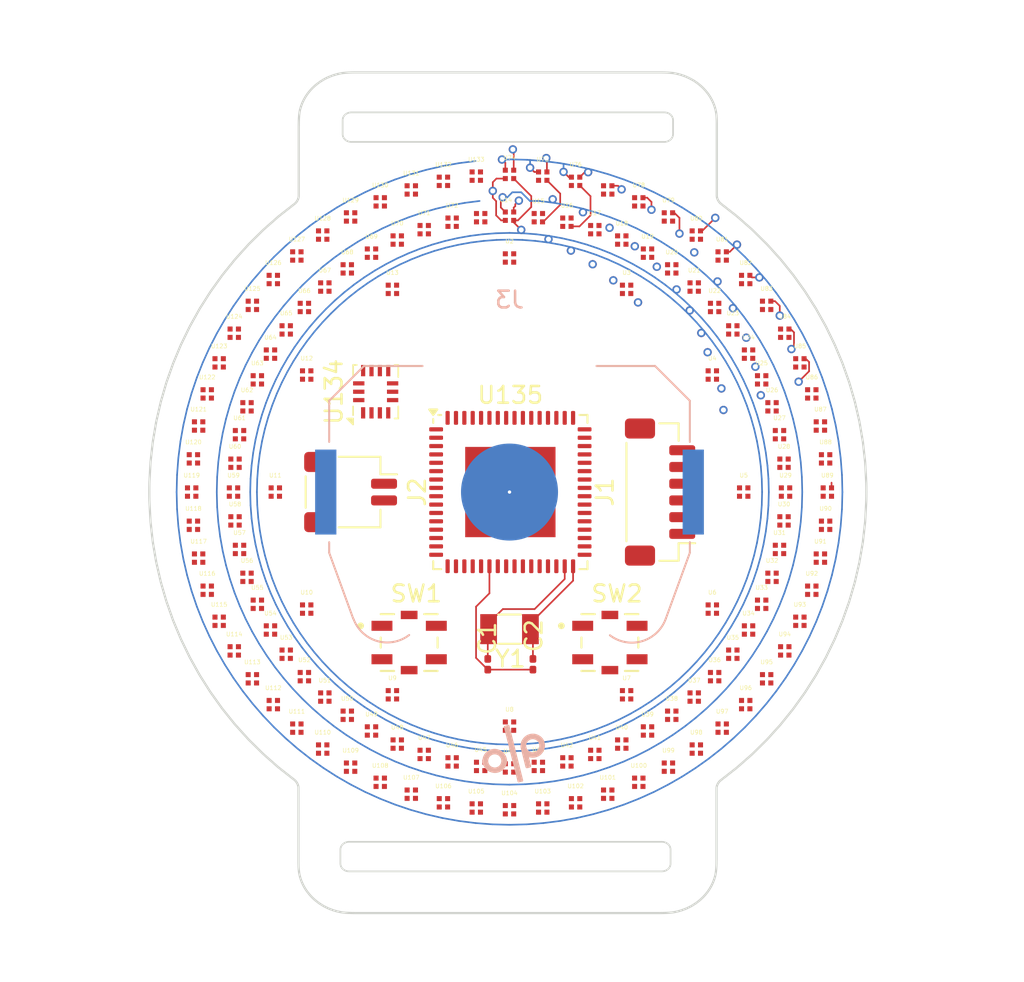
<source format=kicad_pcb>
(kicad_pcb (version 20241229) (generator "pcbnew") (generator_version "9.0")
  (layers (0 "F.Cu" signal) (4 "In1.Cu" mixed "GND.Cu") (6 "In2.Cu" mixed "PWR.Cu") (2 "B.Cu" signal) (13 "F.Paste" user) (15 "B.Paste" user) (5 "F.SilkS" user "F.Silkscreen") (7 "B.SilkS" user "B.Silkscreen") (1 "F.Mask" user) (3 "B.Mask" user) (25 "Edge.Cuts" user))
  (net 0 "")
  (net 1 "/Minute3")
  (net 2 "/B4")
  (net 3 "/R1")
  (net 4 "Net-(J1-GND)")
  (net 5 "/Minute4")
  (net 6 "/Minute5")
  (net 7 "/R4")
  (net 8 "/B6")
  (net 9 "/Minute2")
  (net 10 "Net-(J1-VCC)")
  (net 11 "/B2")
  (net 12 "/Second4")
  (net 13 "/G5")
  (net 14 "/G1")
  (net 15 "/R6")
  (net 16 "/B5")
  (net 17 "Net-(J1-~{RST})")
  (net 18 "/Second7")
  (net 19 "/Minute6")
  (net 20 "/Second3")
  (net 21 "/Second2")
  (net 22 "/G2")
  (net 23 "/Minute10")
  (net 24 "/G6")
  (net 25 "/G3")
  (net 26 "/Hour2")
  (net 27 "/Second6")
  (net 28 "/B3")
  (net 29 "/R3")
  (net 30 "/Minute9")
  (net 31 "/Minute8")
  (net 32 "/G4")
  (net 33 "/R2")
  (net 34 "/Second10")
  (net 35 "/Minute7")
  (net 36 "/Minute1")
  (net 37 "/Second1")
  (net 38 "/Second8")
  (net 39 "/B1")
  (net 40 "/Second5")
  (net 41 "/Hour1")
  (net 42 "/Second9")
  (net 43 "/R5")
  (net 44 "Net-(U135-PF0)")
  (net 45 "Net-(U135-PF1)")
  (net 46 "Net-(U135-PF3)")
  (net 47 "Net-(U135-PF2)")
  (net 48 "Net-(U134-INT1)")
  (net 49 "Net-(U134-SCx)")
  (net 50 "Net-(U134-SDx)")
  (net 54 "Net-(U135-PD7)")
  (net 57 "Net-(U135-PD6)")
  (footprint "B39D3RGB_F6C0001HOU1930:B39D3RGB-F6C0001HOU1930_HVK" (layer "F.Cu") (at 93.2888 84.9265)
    (property "Reference" "U70")
    (property "Value" "B39D3RGB-F6C0001HOU1930")
  )
  (footprint "B39D3RGB_F6C0001HOU1930:B39D3RGB-F6C0001HOU1930_HVK" (layer "F.Cu") (at 112.7135 114.1198)
    (property "Reference" "U97")
    (property "Value" "B39D3RGB-F6C0001HOU1930")
  )
  (footprint "B39D3RGB_F6C0001HOU1930:B39D3RGB-F6C0001HOU1930_HVK" (layer "F.Cu") (at 86.6512 109.6985)
    (property "Reference" "U53")
    (property "Value" "B39D3RGB-F6C0001HOU1930")
  )
  (footprint "B39D3RGB_F6C0001HOU1930:B39D3RGB-F6C0001HOU1930_HVK" (layer "F.Cu") (at 116.1394 96.5695)
    (property "Reference" "U27")
    (property "Value" "B39D3RGB-F6C0001HOU1930")
  )
  (footprint "B39D3RGB_F6C0001HOU1930:B39D3RGB-F6C0001HOU1930_HVK" (layer "F.Cu") (at 90.3015 86.6512)
    (property "Reference" "U68")
    (property "Value" "B39D3RGB-F6C0001HOU1930")
  )
  (footprint "B39D3RGB_F6C0001HOU1930:B39D3RGB-F6C0001HOU1930_HVK" (layer "F.Cu") (at 94.1287 81.9299)
    (property "Reference" "U131")
    (property "Value" "B39D3RGB-F6C0001HOU1930")
  )
  (footprint "B39D3RGB_F6C0001HOU1930:B39D3RGB-F6C0001HOU1930_HVK" (layer "F.Cu") (at 81.1041 101.986)
    (property "Reference" "U118")
    (property "Value" "B39D3RGB-F6C0001HOU1930")
  )
  (footprint "B39D3RGB_F6C0001HOU1930:B39D3RGB-F6C0001HOU1930_HVK" (layer "F.Cu") (at 91.75 114.2894)
    (property "Reference" "U49")
    (property "Value" "B39D3RGB-F6C0001HOU1930")
  )
  (footprint "B39D3RGB_F6C0001HOU1930:B39D3RGB-F6C0001HOU1930_HVK" (layer "F.Cu") (at 93.2888 115.0735)
    (property "Reference" "U48")
    (property "Value" "B39D3RGB-F6C0001HOU1930")
  )
  (footprint "Crystal:Crystal_SMD_3215-2Pin_3.2x1.5mm" (layer "F.Cu") (at 100 108.2 180)
    (property "Reference" "Y1")
    (property "Value" "Crystal")
  )
  (footprint "B39D3RGB_F6C0001HOU1930:B39D3RGB-F6C0001HOU1930_HVK" (layer "F.Cu") (at 118.0701 105.8713)
    (property "Reference" "U92")
    (property "Value" "B39D3RGB-F6C0001HOU1930")
  )
  (footprint "B39D3RGB_F6C0001HOU1930:B39D3RGB-F6C0001HOU1930_HVK" (layer "F.Cu") (at 85.7106 91.75)
    (property "Reference" "U64")
    (property "Value" "B39D3RGB-F6C0001HOU1930")
  )
  (footprint "B39D3RGB_F6C0001HOU1930:B39D3RGB-F6C0001HOU1930_HVK" (layer "F.Cu") (at 115.0735 93.2888)
    (property "Reference" "U25")
    (property "Value" "B39D3RGB-F6C0001HOU1930")
  )
  (footprint "B39D3RGB_F6C0001HOU1930:B39D3RGB-F6C0001HOU1930_HVK" (layer "F.Cu") (at 108.25 85.7106)
    (property "Reference" "U19")
    (property "Value" "B39D3RGB-F6C0001HOU1930")
  )
  (footprint "B39D3RGB_F6C0001HOU1930:B39D3RGB-F6C0001HOU1930_HVK" (layer "F.Cu") (at 105.8713 118.0701)
    (property "Reference" "U101")
    (property "Value" "B39D3RGB-F6C0001HOU1930")
  )
  (footprint "B39D3RGB_F6C0001HOU1930:B39D3RGB-F6C0001HOU1930_HVK" (layer "F.Cu") (at 112.2619 88.9593)
    (property "Reference" "U22")
    (property "Value" "B39D3RGB-F6C0001HOU1930")
  )
  (footprint "Connector_JST:JST_SH_SM02B-SRSS-TB_1x02-1MP_P1.00mm_Horizontal" (layer "F.Cu") (at 90.5 100 -90)
    (property "Reference" "J2")
    (property "Value" "Lipo")
  )
  (footprint "B39D3RGB_F6C0001HOU1930:B39D3RGB-F6C0001HOU1930_HVK" (layer "F.Cu") (at 100 86)
    (property "Reference" "U2")
    (property "Value" "B39D3RGB-F6C0001HOU1930")
  )
  (footprint "B39D3RGB_F6C0001HOU1930:B39D3RGB-F6C0001HOU1930_HVK" (layer "F.Cu") (at 100 119)
    (property "Reference" "U104")
    (property "Value" "B39D3RGB-F6C0001HOU1930")
  )
  (footprint "B39D3RGB_F6C0001HOU1930:B39D3RGB-F6C0001HOU1930_HVK" (layer "F.Cu") (at 114.1198 112.7135)
    (property "Reference" "U96")
    (property "Value" "B39D3RGB-F6C0001HOU1930")
  )
  (footprint "B39D3RGB_F6C0001HOU1930:B39D3RGB-F6C0001HOU1930_HVK" (layer "F.Cu") (at 103.4305 116.1394)
    (property "Reference" "U42")
    (property "Value" "B39D3RGB-F6C0001HOU1930")
  )
  (footprint "B39D3RGB_F6C0001HOU1930:B39D3RGB-F6C0001HOU1930_HVK" (layer "F.Cu") (at 83.5 100)
    (property "Reference" "U59")
    (property "Value" "B39D3RGB-F6C0001HOU1930")
  )
  (footprint "B39D3RGB_F6C0001HOU1930:B39D3RGB-F6C0001HOU1930_HVK" (layer "F.Cu") (at 96.5695 116.1394)
    (property "Reference" "U46")
    (property "Value" "B39D3RGB-F6C0001HOU1930")
  )
  (footprint "B39D3RGB_F6C0001HOU1930:B39D3RGB-F6C0001HOU1930_HVK" (layer "F.Cu") (at 112.7135 85.8802)
    (property "Reference" "U81")
    (property "Value" "B39D3RGB-F6C0001HOU1930")
  )
  (footprint "B39D3RGB_F6C0001HOU1930:B39D3RGB-F6C0001HOU1930_HVK" (layer "F.Cu") (at 118.5848 96.0497)
    (property "Reference" "U87")
    (property "Value" "B39D3RGB-F6C0001HOU1930")
  )
  (footprint "B39D3RGB_F6C0001HOU1930:B39D3RGB-F6C0001HOU1930_HVK" (layer "F.Cu") (at 84.9265 106.7112)
    (property "Reference" "U55")
    (property "Value" "B39D3RGB-F6C0001HOU1930")
  )
  (footprint "B39D3RGB_F6C0001HOU1930:B39D3RGB-F6C0001HOU1930_HVK" (layer "F.Cu") (at 96.5695 83.8606)
    (property "Reference" "U72")
    (property "Value" "B39D3RGB-F6C0001HOU1930")
  )
  (footprint "Capacitor_SMD:C_0201_0603Metric" (layer "F.Cu") (at 98.7 110.3 90)
    (property "Reference" "C1")
    (property "Value" "C")
  )
  (footprint "B39D3RGB_F6C0001HOU1930:B39D3RGB-F6C0001HOU1930_HVK" (layer "F.Cu") (at 83.5904 101.7247)
    (property "Reference" "U58")
    (property "Value" "B39D3RGB-F6C0001HOU1930")
  )
  (footprint "B39D3RGB_F6C0001HOU1930:B39D3RGB-F6C0001HOU1930_HVK" (layer "F.Cu") (at 107 87.8756)
    (property "Reference" "U3")
    (property "Value" "B39D3RGB-F6C0001HOU1930")
  )
  (footprint "B39D3RGB_F6C0001HOU1930:B39D3RGB-F6C0001HOU1930_HVK" (layer "F.Cu") (at 105.0988 115.6924)
    (property "Reference" "U41")
    (property "Value" "B39D3RGB-F6C0001HOU1930")
  )
  (footprint "B39D3RGB_F6C0001HOU1930:B39D3RGB-F6C0001HOU1930_HVK" (layer "F.Cu") (at 81.1041 98.014)
    (property "Reference" "U120")
    (property "Value" "B39D3RGB-F6C0001HOU1930")
  )
  (footprint "B39D3RGB_F6C0001HOU1930:B39D3RGB-F6C0001HOU1930_HVK" (layer "F.Cu") (at 92.272 117.3574)
    (property "Reference" "U108")
    (property "Value" "B39D3RGB-F6C0001HOU1930")
  )
  (footprint "B39D3RGB_F6C0001HOU1930:B39D3RGB-F6C0001HOU1930_HVK" (layer "F.Cu") (at 118.8959 101.986)
    (property "Reference" "U90")
    (property "Value" "B39D3RGB-F6C0001HOU1930")
  )
  (footprint "B39D3RGB_F6C0001HOU1930:B39D3RGB-F6C0001HOU1930_HVK" (layer "F.Cu") (at 105.8713 81.9299)
    (property "Reference" "U77" (hide yes))
    (property "Value" "B39D3RGB-F6C0001HOU1930")
  )
  (footprint "B39D3RGB_F6C0001HOU1930:B39D3RGB-F6C0001HOU1930_HVK" (layer "F.Cu") (at 98.2753 83.5904)
    (property "Reference" "U73" (hide yes))
    (property "Value" "B39D3RGB-F6C0001HOU1930")
  )
  (footprint "B39D3RGB_F6C0001HOU1930:B39D3RGB-F6C0001HOU1930_HVK" (layer "F.Cu") (at 92.272 82.6426)
    (property "Reference" "U130")
    (property "Value" "B39D3RGB-F6C0001HOU1930")
  )
  (footprint "B39D3RGB_F6C0001HOU1930:B39D3RGB-F6C0001HOU1930_HVK" (layer "F.Cu") (at 115.3713 88.8321)
    (property "Reference" "U83")
    (property "Value" "B39D3RGB-F6C0001HOU1930")
  )
  (footprint "B39D3RGB_F6C0001HOU1930:B39D3RGB-F6C0001HOU1930_HVK" (layer "F.Cu") (at 119 100)
    (property "Reference" "U89")
    (property "Value" "B39D3RGB-F6C0001HOU1930")
  )
  (footprint "B39D3RGB_F6C0001HOU1930:B39D3RGB-F6C0001HOU1930_HVK" (layer "F.Cu") (at 111.0407 112.2619)
    (property "Reference" "U37")
    (property "Value" "B39D3RGB-F6C0001HOU1930")
  )
  (footprint "B39D3RGB_F6C0001HOU1930:B39D3RGB-F6C0001HOU1930_HVK" (layer "F.Cu") (at 113.3488 109.6985)
    (property "Reference" "U35")
    (property "Value" "B39D3RGB-F6C0001HOU1930")
  )
  (footprint "B39D3RGB_F6C0001HOU1930:B39D3RGB-F6C0001HOU1930_HVK" (layer "F.Cu") (at 81.4152 103.9503)
    (property "Reference" "U117")
    (property "Value" "B39D3RGB-F6C0001HOU1930")
  )
  (footprint "B39D3RGB_F6C0001HOU1930:B39D3RGB-F6C0001HOU1930_HVK" (layer "F.Cu") (at 93 112.1244)
    (property "Reference" "U9")
    (property "Value" "B39D3RGB-F6C0001HOU1930")
  )
  (footprint "B39D3RGB_F6C0001HOU1930:B39D3RGB-F6C0001HOU1930_HVK" (layer "F.Cu") (at 87.2865 85.8802)
    (property "Reference" "U127")
    (property "Value" "B39D3RGB-F6C0001HOU1930")
  )
  (footprint "B39D3RGB_F6C0001HOU1930:B39D3RGB-F6C0001HOU1930_HVK" (layer "F.Cu") (at 101.7247 83.5904)
    (property "Reference" "U15")
    (property "Value" "B39D3RGB-F6C0001HOU1930")
  )
  (footprint "B39D3RGB_F6C0001HOU1930:B39D3RGB-F6C0001HOU1930_HVK" (layer "F.Cu") (at 106.7112 84.9265)
    (property "Reference" "U18")
    (property "Value" "B39D3RGB-F6C0001HOU1930")
  )
  (footprint "B39D3RGB_F6C0001HOU1930:B39D3RGB-F6C0001HOU1930_HVK" (layer "F.Cu") (at 114.2894 91.75)
    (property "Reference" "U24")
    (property "Value" "B39D3RGB-F6C0001HOU1930")
  )
  (footprint "B39D3RGB_F6C0001HOU1930:B39D3RGB-F6C0001HOU1930_HVK" (layer "F.Cu") (at 111.0407 87.7381)
    (property "Reference" "U21")
    (property "Value" "B39D3RGB-F6C0001HOU1930")
  )
  (footprint "kicad-footprints:SW_TS21-34-035-BK-260-SMT-TR" (layer "F.Cu") (at 106 109)
    (property "Reference" "SW2")
    (property "Value" "SW_DPST")
  )
  (footprint "B39D3RGB_F6C0001HOU1930:B39D3RGB-F6C0001HOU1930_HVK" (layer "F.Cu") (at 98.014 81.1041)
    (property "Reference" "U133")
    (property "Value" "B39D3RGB-F6C0001HOU1930")
  )
  (footprint "B39D3RGB_F6C0001HOU1930:B39D3RGB-F6C0001HOU1930_HVK" (layer "F.Cu") (at 100 116.5)
    (property "Reference" "U44")
    (property "Value" "B39D3RGB-F6C0001HOU1930")
  )
  (footprint "B39D3RGB_F6C0001HOU1930:B39D3RGB-F6C0001HOU1930_HVK" (layer "F.Cu") (at 84.6287 88.8321)
    (property "Reference" "U125")
    (property "Value" "B39D3RGB-F6C0001HOU1930")
  )
  (footprint "B39D3RGB_F6C0001HOU1930:B39D3RGB-F6C0001HOU1930_HVK" (layer "F.Cu") (at 108.25 114.2894)
    (property "Reference" "U39")
    (property "Value" "B39D3RGB-F6C0001HOU1930")
  )
  (footprint "B39D3RGB_F6C0001HOU1930:B39D3RGB-F6C0001HOU1930_HVK" (layer "F.Cu") (at 112.1244 93)
    (property "Reference" "U4")
    (property "Value" "B39D3RGB-F6C0001HOU1930")
  )
  (footprint "B39D3RGB_F6C0001HOU1930:B39D3RGB-F6C0001HOU1930_HVK" (layer "F.Cu") (at 114.2894 108.25)
    (property "Reference" "U34")
    (property "Value" "B39D3RGB-F6C0001HOU1930")
  )
  (footprint "B39D3RGB_F6C0001HOU1930:B39D3RGB-F6C0001HOU1930_HVK" (layer "F.Cu") (at 111.1679 84.6287)
    (property "Reference" "U80")
    (property "Value" "B39D3RGB-F6C0001HOU1930")
  )
  (footprint "B39D3RGB_F6C0001HOU1930:B39D3RGB-F6C0001HOU1930_HVK" (layer "F.Cu") (at 83.5455 109.5)
    (property "Reference" "U114")
    (property "Value" "B39D3RGB-F6C0001HOU1930")
  )
  (footprint "B39D3RGB_F6C0001HOU1930:B39D3RGB-F6C0001HOU1930_HVK" (layer "F.Cu") (at 83.8606 96.5695)
    (property "Reference" "U61")
    (property "Value" "B39D3RGB-F6C0001HOU1930")
  )
  (footprint "B39D3RGB_F6C0001HOU1930:B39D3RGB-F6C0001HOU1930_HVK" (layer "F.Cu") (at 90.5 116.4545)
    (property "Reference" "U109")
    (property "Value" "B39D3RGB-F6C0001HOU1930")
  )
  (footprint "B39D3RGB_F6C0001HOU1930:B39D3RGB-F6C0001HOU1930_HVK" (layer "F.Cu") (at 94.1287 118.0701)
    (property "Reference" "U107")
    (property "Value" "B39D3RGB-F6C0001HOU1930")
  )
  (footprint "B39D3RGB_F6C0001HOU1930:B39D3RGB-F6C0001HOU1930_HVK" (layer "F.Cu") (at 81.4152 96.0497)
    (property "Reference" "U121")
    (property "Value" "B39D3RGB-F6C0001HOU1930")
  )
  (footprint "B39D3RGB_F6C0001HOU1930:B39D3RGB-F6C0001HOU1930_HVK" (layer "F.Cu") (at 101.7247 116.4096)
    (property "Reference" "U43")
    (property "Value" "B39D3RGB-F6C0001HOU1930")
  )
  (footprint "B39D3RGB_F6C0001HOU1930:B39D3RGB-F6C0001HOU1930_HVK" (layer "F.Cu") (at 86.6512 90.3015)
    (property "Reference" "U65")
    (property "Value" "B39D3RGB-F6C0001HOU1930")
  )
  (footprint "B39D3RGB_F6C0001HOU1930:B39D3RGB-F6C0001HOU1930_HVK" (layer "F.Cu") (at 107 112.1244)
    (property "Reference" "U7")
    (property "Value" "B39D3RGB-F6C0001HOU1930")
  )
  (footprint "B39D3RGB_F6C0001HOU1930:B39D3RGB-F6C0001HOU1930_HVK" (layer "F.Cu") (at 91.75 85.7106)
    (property "Reference" "U69")
    (property "Value" "B39D3RGB-F6C0001HOU1930")
  )
  (footprint "B39D3RGB_F6C0001HOU1930:B39D3RGB-F6C0001HOU1930_HVK" (layer "F.Cu") (at 98.014 118.8959)
    (property "Reference" "U105")
    (property "Value" "B39D3RGB-F6C0001HOU1930")
  )
  (footprint "B39D3RGB_F6C0001HOU1930:B39D3RGB-F6C0001HOU1930_HVK" (layer "F.Cu") (at 90.5 83.5455)
    (property "Reference" "U129")
    (property "Value" "B39D3RGB-F6C0001HOU1930")
  )
  (footprint "B39D3RGB_F6C0001HOU1930:B39D3RGB-F6C0001HOU1930_HVK" (layer "F.Cu") (at 115.3713 111.1679)
    (property "Reference" "U95")
    (property "Value" "B39D3RGB-F6C0001HOU1930")
  )
  (footprint "B39D3RGB_F6C0001HOU1930:B39D3RGB-F6C0001HOU1930_HVK" (layer "F.Cu") (at 115.6924 105.0988)
    (property "Reference" "U32")
    (property "Value" "B39D3RGB-F6C0001HOU1930")
  )
  (footprint "B39D3RGB_F6C0001HOU1930:B39D3RGB-F6C0001HOU1930_HVK" (layer "F.Cu") (at 85.7106 108.25)
    (property "Reference" "U54")
    (property "Value" "B39D3RGB-F6C0001HOU1930")
  )
  (footprint "B39D3RGB_F6C0001HOU1930:B39D3RGB-F6C0001HOU1930_HVK" (layer "F.Cu") (at 88.8321 84.6287)
    (property "Reference" "U128")
    (property "Value" "B39D3RGB-F6C0001HOU1930")
  )
  (footprint "B39D3RGB_F6C0001HOU1930:B39D3RGB-F6C0001HOU1930_HVK" (layer "F.Cu") (at 116.4096 101.7247)
    (property "Reference" "U30")
    (property "Value" "B39D3RGB-F6C0001HOU1930")
  )
  (footprint "B39D3RGB_F6C0001HOU1930:B39D3RGB-F6C0001HOU1930_HVK" (layer "F.Cu") (at 85.8802 87.2865)
    (property "Reference" "U126")
    (property "Value" "B39D3RGB-F6C0001HOU1930")
  )
  (footprint "B39D3RGB_F6C0001HOU1930:B39D3RGB-F6C0001HOU1930_HVK" (layer "F.Cu") (at 116.1394 103.4305)
    (property "Reference" "U31")
    (property "Value" "B39D3RGB-F6C0001HOU1930")
  )
  (footprint "B39D3RGB_F6C0001HOU1930:B39D3RGB-F6C0001HOU1930_HVK" (layer "F.Cu") (at 90.3015 113.3488)
    (property "Reference" "U50")
    (property "Value" "B39D3RGB-F6C0001HOU1930")
  )
  (footprint "B39D3RGB_F6C0001HOU1930:B39D3RGB-F6C0001HOU1930_HVK" (layer "F.Cu") (at 84.3076 94.9012)
    (property "Reference" "U62")
    (property "Value" "B39D3RGB-F6C0001HOU1930")
  )
  (footprint "B39D3RGB_F6C0001HOU1930:B39D3RGB-F6C0001HOU1930_HVK" (layer "F.Cu") (at 96.0497 118.5848)
    (property "Reference" "U106")
    (property "Value" "B39D3RGB-F6C0001HOU1930")
  )
  (footprint "B39D3RGB_F6C0001HOU1930:B39D3RGB-F6C0001HOU1930_HVK" (layer "F.Cu") (at 109.6985 86.6512)
    (property "Reference" "U20")
    (property "Value" "B39D3RGB-F6C0001HOU1930")
  )
  (footprint "B39D3RGB_F6C0001HOU1930:B39D3RGB-F6C0001HOU1930_HVK" (layer "F.Cu") (at 83.5455 90.5)
    (property "Reference" "U124")
    (property "Value" "B39D3RGB-F6C0001HOU1930")
  )
  (footprint "B39D3RGB_F6C0001HOU1930:B39D3RGB-F6C0001HOU1930_HVK" (layer "F.Cu") (at 117.3574 107.728)
    (property "Reference" "U93")
    (property "Value" "B39D3RGB-F6C0001HOU1930")
  )
  (footprint "B39D3RGB_F6C0001HOU1930:B39D3RGB-F6C0001HOU1930_HVK" (layer "F.Cu") (at 101.986 118.8959)
    (property "Reference" "U103")
    (property "Value" "B39D3RGB-F6C0001HOU1930")
  )
  (footprint "B39D3RGB_F6C0001HOU1930:B39D3RGB-F6C0001HOU1930_HVK" (layer "F.Cu") (at 118.0701 94.1287)
    (property "Reference" "U86")
    (property "Value" "B39D3RGB-F6C0001HOU1930")
  )
  (footprint "B39D3RGB_F6C0001HOU1930:B39D3RGB-F6C0001HOU1930_HVK" (layer "F.Cu") (at 85.8802 112.7135)
    (property "Reference" "U112")
    (property "Value" "B39D3RGB-F6C0001HOU1930")
  )
  (footprint "kicad-footprints:SW_TS21-34-035-BK-260-SMT-TR" (layer "F.Cu") (at 94 109)
    (property "Reference" "SW1")
    (property "Value" "SW_DPST")
  )
  (footprint "B39D3RGB_F6C0001HOU1930:B39D3RGB-F6C0001HOU1930_HVK" (layer "F.Cu") (at 84.9265 93.2888)
    (property "Reference" "U63")
    (property "Value" "B39D3RGB-F6C0001HOU1930")
  )
  (footprint "B39D3RGB_F6C0001HOU1930:B39D3RGB-F6C0001HOU1930_HVK" (layer "F.Cu") (at 116.4545 90.5)
    (property "Reference" "U84")
    (property "Value" "B39D3RGB-F6C0001HOU1930")
  )
  (footprint "B39D3RGB_F6C0001HOU1930:B39D3RGB-F6C0001HOU1930_HVK" (layer "F.Cu") (at 117.3574 92.272)
    (property "Reference" "U85")
    (property "Value" "B39D3RGB-F6C0001HOU1930")
  )
  (footprint "B39D3RGB_F6C0001HOU1930:B39D3RGB-F6C0001HOU1930_HVK" (layer "F.Cu") (at 114.1198 87.2865)
    (property "Reference" "U82")
    (property "Value" "B39D3RGB-F6C0001HOU1930")
  )
  (footprint "B39D3RGB_F6C0001HOU1930:B39D3RGB-F6C0001HOU1930_HVK" (layer "F.Cu") (at 87.7381 88.9593)
    (property "Reference" "U66")
    (property "Value" "B39D3RGB-F6C0001HOU1930")
  )
  (footprint "B39D3RGB_F6C0001HOU1930:B39D3RGB-F6C0001HOU1930_HVK" (layer "F.Cu") (at 83.5904 98.2753)
    (property "Reference" "U60")
    (property "Value" "B39D3RGB-F6C0001HOU1930")
  )
  (footprint "B39D3RGB_F6C0001HOU1930:B39D3RGB-F6C0001HOU1930_HVK" (layer "F.Cu") (at 100 83.5)
    (property "Reference" "U14")
    (property "Value" "B39D3RGB-F6C0001HOU1930")
  )
  (footprint "B39D3RGB_F6C0001HOU1930:B39D3RGB-F6C0001HOU1930_HVK" (layer "F.Cu") (at 109.6985 113.3488)
    (property "Reference" "U38")
    (property "Value" "B39D3RGB-F6C0001HOU1930")
  )
  (footprint "B39D3RGB_F6C0001HOU1930:B39D3RGB-F6C0001HOU1930_HVK" (layer "F.Cu") (at 103.9503 81.4152)
    (property "Reference" "U76")
    (property "Value" "B39D3RGB-F6C0001HOU1930")
  )
  (footprint "B39D3RGB_F6C0001HOU1930:B39D3RGB-F6C0001HOU1930_HVK" (layer "F.Cu") (at 96.0497 81.4152)
    (property "Reference" "U132")
    (property "Value" "B39D3RGB-F6C0001HOU1930")
  )
  (footprint "B39D3RGB_F6C0001HOU1930:B39D3RGB-F6C0001HOU1930_HVK" (layer "F.Cu") (at 81 100)
    (property "Reference" "U119")
    (property "Value" "B39D3RGB-F6C0001HOU1930")
  )
  (footprint "Capacitor_SMD:C_0201_0603Metric" (layer "F.Cu") (at 101.4 110.3 -90)
    (property "Reference" "C2")
    (property "Value" "C")
  )
  (footprint "B39D3RGB_F6C0001HOU1930:B39D3RGB-F6C0001HOU1930_HVK" (layer "F.Cu") (at 111.1679 115.3713)
    (property "Reference" "U98")
    (property "Value" "B39D3RGB-F6C0001HOU1930")
  )
  (footprint "B39D3RGB_F6C0001HOU1930:B39D3RGB-F6C0001HOU1930_HVK" (layer "F.Cu") (at 113.3488 90.3015)
    (property "Reference" "U23")
    (property "Value" "B39D3RGB-F6C0001HOU1930")
  )
  (footprint "B39D3RGB_F6C0001HOU1930:B39D3RGB-F6C0001HOU1930_HVK" (layer "F.Cu") (at 101.986 81.1041)
    (property "Reference" "U75")
    (property "Value" "B39D3RGB-F6C0001HOU1930")
  )
  (footprint "B39D3RGB_F6C0001HOU1930:B39D3RGB-F6C0001HOU1930_HVK" (layer "F.Cu") (at 87.8756 107)
    (property "Reference" "U10")
    (property "Value" "B39D3RGB-F6C0001HOU1930")
  )
  (footprint "B39D3RGB_F6C0001HOU1930:B39D3RGB-F6C0001HOU1930_HVK" (layer "F.Cu") (at 86 100)
    (property "Reference" "U11")
    (property "Value" "B39D3RGB-F6C0001HOU1930")
  )
  (footprint "B39D3RGB_F6C0001HOU1930:B39D3RGB-F6C0001HOU1930_HVK" (layer "F.Cu") (at 116.4545 109.5)
    (property "Reference" "U94")
    (property "Value" "B39D3RGB-F6C0001HOU1930")
  )
  (footprint "B39D3RGB_F6C0001HOU1930:B39D3RGB-F6C0001HOU1930_HVK" (layer "F.Cu") (at 82.6426 107.728)
    (property "Reference" "U115")
    (property "Value" "B39D3RGB-F6C0001HOU1930")
  )
  (footprint "B39D3RGB_F6C0001HOU1930:B39D3RGB-F6C0001HOU1930_HVK" (layer "F.Cu") (at 87.2865 114.1198)
    (property "Reference" "U111")
    (property "Value" "B39D3RGB-F6C0001HOU1930")
  )
  (footprint "B39D3RGB_F6C0001HOU1930:B39D3RGB-F6C0001HOU1930_HVK" (layer "F.Cu") (at 88.9593 112.2619)
    (property "Reference" "U51")
    (property "Value" "B39D3RGB-F6C0001HOU1930")
  )
  (footprint "B39D3RGB_F6C0001HOU1930:B39D3RGB-F6C0001HOU1930_HVK" (layer "F.Cu") (at 100 81)
    (property "Reference" "U74")
    (property "Value" "B39D3RGB-F6C0001HOU1930")
  )
  (footprint "B39D3RGB_F6C0001HOU1930:B39D3RGB-F6C0001HOU1930_HVK" (layer "F.Cu") (at 93 87.8756)
    (property "Reference" "U13")
    (property "Value" "B39D3RGB-F6C0001HOU1930")
  )
  (footprint "B39D3RGB_F6C0001HOU1930:B39D3RGB-F6C0001HOU1930_HVK" (layer "F.Cu") (at 112.2619 111.0407)
    (property "Reference" "U36")
    (property "Value" "B39D3RGB-F6C0001HOU1930")
  )
  (footprint "B39D3RGB_F6C0001HOU1930:B39D3RGB-F6C0001HOU1930_HVK" (layer "F.Cu") (at 100 114)
    (property "Reference" "U8")
    (property "Value" "B39D3RGB-F6C0001HOU1930")
  )
  (footprint "B39D3RGB_F6C0001HOU1930:B39D3RGB-F6C0001HOU1930_HVK" (layer "F.Cu") (at 103.4305 83.8606)
    (property "Reference" "U16")
    (property "Value" "B39D3RGB-F6C0001HOU1930")
  )
  (footprint "B39D3RGB_F6C0001HOU1930:B39D3RGB-F6C0001HOU1930_HVK" (layer "F.Cu") (at 114 100)
    (property "Reference" "U5")
    (property "Value" "B39D3RGB-F6C0001HOU1930")
  )
  (footprint "B39D3RGB_F6C0001HOU1930:B39D3RGB-F6C0001HOU1930_HVK" (layer "F.Cu") (at 109.5 83.5455)
    (property "Reference" "U79")
    (property "Value" "B39D3RGB-F6C0001HOU1930")
  )
  (footprint "B39D3RGB_F6C0001HOU1930:B39D3RGB-F6C0001HOU1930_HVK" (layer "F.Cu") (at 116.5 100)
    (property "Reference" "U29")
    (property "Value" "B39D3RGB-F6C0001HOU1930")
  )
  (footprint "B39D3RGB_F6C0001HOU1930:B39D3RGB-F6C0001HOU1930_HVK" (layer "F.Cu") (at 103.9503 118.5848)
    (property "Reference" "U102")
    (property "Value" "B39D3RGB-F6C0001HOU1930")
  )
  (footprint "B39D3RGB_F6C0001HOU1930:B39D3RGB-F6C0001HOU1930_HVK" (layer "F.Cu") (at 84.3076 105.0988)
    (property "Reference" "U56")
    (property "Value" "B39D3RGB-F6C0001HOU1930")
  )
  (footprint "B39D3RGB_F6C0001HOU1930:B39D3RGB-F6C0001HOU1930_HVK" (layer "F.Cu") (at 87.8756 93)
    (property "Reference" "U12")
    (property "Value" "B39D3RGB-F6C0001HOU1930")
  )
  (footprint "B39D3RGB_F6C0001HOU1930:B39D3RGB-F6C0001HOU1930_HVK" (layer "F.Cu") (at 115.0735 106.7112)
    (property "Reference" "U33")
    (property "Value" "B39D3RGB-F6C0001HOU1930")
  )
  (footprint "B39D3RGB_F6C0001HOU1930:B39D3RGB-F6C0001HOU1930_HVK" (layer "F.Cu") (at 83.8606 103.4305)
    (property "Reference" "U57")
    (property "Value" "B39D3RGB-F6C0001HOU1930")
  )
  (footprint "B39D3RGB_F6C0001HOU1930:B39D3RGB-F6C0001HOU1930_HVK" (layer "F.Cu") (at 105.0988 84.3076)
    (property "Reference" "U17")
    (property "Value" "B39D3RGB-F6C0001HOU1930")
  )
  (footprint "B39D3RGB_F6C0001HOU1930:B39D3RGB-F6C0001HOU1930_HVK" (layer "F.Cu") (at 88.9593 87.7381)
    (property "Reference" "U67")
    (property "Value" "B39D3RGB-F6C0001HOU1930")
  )
  (footprint "B39D3RGB_F6C0001HOU1930:B39D3RGB-F6C0001HOU1930_HVK" (layer "F.Cu") (at 94.9012 84.3076)
    (property "Reference" "U71")
    (property "Value" "B39D3RGB-F6C0001HOU1930")
  )
  (footprint "Connector_JST:JST_SH_BM06B-SRSS-TB_1x06-1MP_P1.00mm_Vertical" (layer "F.Cu") (at 109 100 90)
    (property "Reference" "J1")
    (property "Value" "AVR-ISP-6")
  )
  (footprint "B39D3RGB_F6C0001HOU1930:B39D3RGB-F6C0001HOU1930_HVK" (layer "F.Cu") (at 107.728 82.6426)
    (property "Reference" "U78")
    (property "Value" "B39D3RGB-F6C0001HOU1930")
  )
  (footprint "B39D3RGB_F6C0001HOU1930:B39D3RGB-F6C0001HOU1930_HVK" (layer "F.Cu") (at 118.8959 98.014)
    (property "Reference" "U88")
    (property "Value" "B39D3RGB-F6C0001HOU1930")
  )
  (footprint "B39D3RGB_F6C0001HOU1930:B39D3RGB-F6C0001HOU1930_HVK" (layer "F.Cu") (at 106.7112 115.0735)
    (property "Reference" "U40")
    (property "Value" "B39D3RGB-F6C0001HOU1930")
  )
  (footprint "Package_LGA:Bosch_LGA-14_3x2.5mm_P0.5mm" (layer "F.Cu") (at 92 94 90)
    (property "Reference" "U134")
    (property "Value" "BMI160")
  )
  (footprint "B39D3RGB_F6C0001HOU1930:B39D3RGB-F6C0001HOU1930_HVK" (layer "F.Cu") (at 84.6287 111.1679)
    (property "Reference" "U113")
    (property "Value" "B39D3RGB-F6C0001HOU1930")
  )
  (footprint "B39D3RGB_F6C0001HOU1930:B39D3RGB-F6C0001HOU1930_HVK" (layer "F.Cu") (at 115.6924 94.9012)
    (property "Reference" "U26")
    (property "Value" "B39D3RGB-F6C0001HOU1930")
  )
  (footprint "B39D3RGB_F6C0001HOU1930:B39D3RGB-F6C0001HOU1930_HVK" (layer "F.Cu") (at 94.9012 115.6924)
    (property "Reference" "U47")
    (property "Value" "B39D3RGB-F6C0001HOU1930")
  )
  (footprint "B39D3RGB_F6C0001HOU1930:B39D3RGB-F6C0001HOU1930_HVK" (layer "F.Cu") (at 118.5848 103.9503)
    (property "Reference" "U91")
    (property "Value" "B39D3RGB-F6C0001HOU1930")
  )
  (footprint "B39D3RGB_F6C0001HOU1930:B39D3RGB-F6C0001HOU1930_HVK" (layer "F.Cu") (at 87.7381 111.0407)
    (property "Reference" "U52")
    (property "Value" "B39D3RGB-F6C0001HOU1930")
  )
  (footprint "B39D3RGB_F6C0001HOU1930:B39D3RGB-F6C0001HOU1930_HVK" (layer "F.Cu") (at 81.9299 105.8713)
    (property "Reference" "U116")
    (property "Value" "B39D3RGB-F6C0001HOU1930")
  )
  (footprint "B39D3RGB_F6C0001HOU1930:B39D3RGB-F6C0001HOU1930_HVK" (layer "F.Cu") (at 81.9299 94.1287)
    (property "Reference" "U122")
    (property "Value" "B39D3RGB-F6C0001HOU1930")
  )
  (footprint "B39D3RGB_F6C0001HOU1930:B39D3RGB-F6C0001HOU1930_HVK" (layer "F.Cu") (at 88.8321 115.3713)
    (property "Reference" "U110")
    (property "Value" "B39D3RGB-F6C0001HOU1930")
  )
  (footprint "Package_DFN_QFN:QFN-64-1EP_9x9mm_P0.5mm_EP5.4x5.4mm" (layer "F.Cu") (at 100.05 100)
    (property "Reference" "U135")
    (property "Value" "ATmega165PA-M")
  )
  (footprint "B39D3RGB_F6C0001HOU1930:B39D3RGB-F6C0001HOU1930_HVK" (layer "F.Cu") (at 112.1244 107)
    (property "Reference" "U6")
    (property "Value" "B39D3RGB-F6C0001HOU1930")
  )
  (footprint "B39D3RGB_F6C0001HOU1930:B39D3RGB-F6C0001HOU1930_HVK" (layer "F.Cu") (at 109.5 116.4545)
    (property "Reference" "U99")
    (property "Value" "B39D3RGB-F6C0001HOU1930")
  )
  (footprint "B39D3RGB_F6C0001HOU1930:B39D3RGB-F6C0001HOU1930_HVK" (layer "F.Cu") (at 107.728 117.3574)
    (property "Reference" "U100")
    (property "Value" "B39D3RGB-F6C0001HOU1930")
  )
  (footprint "B39D3RGB_F6C0001HOU1930:B39D3RGB-F6C0001HOU1930_HVK" (layer "F.Cu") (at 82.6426 92.272)
    (property "Reference" "U123")
    (property "Value" "B39D3RGB-F6C0001HOU1930")
  )
  (footprint "B39D3RGB_F6C0001HOU1930:B39D3RGB-F6C0001HOU1930_HVK" (layer "F.Cu") (at 116.4096 98.2753)
    (property "Reference" "U28")
    (property "Value" "B39D3RGB-F6C0001HOU1930")
  )
  (footprint "B39D3RGB_F6C0001HOU1930:B39D3RGB-F6C0001HOU1930_HVK" (layer "F.Cu") (at 98.2753 116.4096)
    (property "Reference" "U45")
    (property "Value" "B39D3RGB-F6C0001HOU1930")
  )
  (footprint "Battery:BatteryHolder_Keystone_3034_1x20mm" (layer "B.Cu") (at 100 100 180)
    (property "Reference" "J3")
    (property "Value" "Coin Cell")
  )
  (gr_poly (pts (xy 99.929917 113.923616) (xy 99.926694 113.92384) (xy 99.923459 113.92423) (xy 99.920217 113.924788) (xy 99.916973 113.925517) (xy 99.709045 113.977807) (xy 99.705842 113.978699) (xy 99.702722 113.979741) (xy 99.699687 113.980928) (xy 99.696741 113.982254) (xy 99.693886 113.983716) (xy 99.691126 113.985307) (xy 99.688464 113.987024) (xy 99.685901 113.988861) (xy 99.683442 113.990813) (xy 99.681089 113.992875) (xy 99.678845 113.995043) (xy 99.676713 113.997312) (xy 99.674697 113.999676) (xy 99.672798 114.00213) (xy 99.67102 114.004671) (xy 99.669367 114.007292) (xy 99.66784 114.009989) (xy 99.666443 114.012757) (xy 99.665178 114.015591) (xy 99.664049 114.018486) (xy 99.663059 114.021437) (xy 99.662211 114.024439) (xy 99.661507 114.027488) (xy 99.66095 114.030578) (xy 99.660544 114.033705) (xy 99.660291 114.036863) (xy 99.660195 114.040048) (xy 99.660258 114.043254) (xy 99.660483 114.046477) (xy 99.660873 114.049712) (xy 99.661431 114.052954) (xy 99.662161 114.056198) (xy 100.483237 117.321214) (xy 100.484129 117.324417) (xy 100.485171 117.327537) (xy 100.486358 117.330571) (xy 100.487685 117.333517) (xy 100.489146 117.336371) (xy 100.490738 117.339131) (xy 100.492455 117.341794) (xy 100.494292 117.344356) (xy 100.496244 117.346815) (xy 100.498306 117.349168) (xy 100.500474 117.351412) (xy 100.502743 117.353544) (xy 100.505107 117.35556) (xy 100.507561 117.357459) (xy 100.510101 117.359236) (xy 100.512723 117.36089) (xy 100.515419 117.362417) (xy 100.518187 117.363814) (xy 100.521021 117.365079) (xy 100.523916 117.366207) (xy 100.526867 117.367198) (xy 100.52987 117.368046) (xy 100.532918 117.36875) (xy 100.536008 117.369307) (xy 100.539135 117.369713) (xy 100.542293 117.369966) (xy 100.545477 117.370063) (xy 100.548684 117.37) (xy 100.551907 117.369775) (xy 100.555142 117.369385) (xy 100.558384 117.368827) (xy 100.561628 117.368098) (xy 100.769556 117.315808) (xy 100.772759 117.314916) (xy 100.775879 117.313875) (xy 100.778914 117.312688) (xy 100.78186 117.311361) (xy 100.784714 117.3099) (xy 100.787474 117.308308) (xy 100.790137 117.306592) (xy 100.7927 117.304755) (xy 100.795159 117.302803) (xy 100.797512 117.30074) (xy 100.799756 117.298572) (xy 100.801887 117.296304) (xy 100.803904 117.29394) (xy 100.805803 117.291485) (xy 100.80758 117.288945) (xy 100.809234 117.286324) (xy 100.810761 117.283627) (xy 100.812158 117.280859) (xy 100.813423 117.278025) (xy 100.814551 117.27513) (xy 100.815541 117.272179) (xy 100.81639 117.269177) (xy 100.817094 117.266129) (xy 100.817651 117.263039) (xy 100.818057 117.259912) (xy 100.818309 117.256754) (xy 100.818406 117.25357) (xy 100.818343 117.250364) (xy 100.818118 117.247141) (xy 100.817728 117.243906) (xy 100.817169 117.240664) (xy 100.81644 117.237421) (xy 99.995364 113.972404) (xy 99.994472 113.969201) (xy 99.99343 113.966081) (xy 99.992243 113.963047) (xy 99.990917 113.9601) (xy 99.989455 113.957246) (xy 99.987864 113.954486) (xy 99.986147 113.951823) (xy 99.98431 113.94926) (xy 99.982358 113.946801) (xy 99.980295 113.944448) (xy 99.978127 113.942204) (xy 99.975859 113.940073) (xy 99.973495 113.938056) (xy 99.97104 113.936157) (xy 99.9685 113.93438) (xy 99.965879 113.932726) (xy 99.963182 113.931199) (xy 99.960414 113.929801) (xy 99.95758 113.928537) (xy 99.954685 113.927408) (xy 99.951734 113.926418) (xy 99.948732 113.925569) (xy 99.945683 113.924865) (xy 99.942593 113.924309) (xy 99.939466 113.923902) (xy 99.936308 113.923649) (xy 99.933123 113.923553)) (fill yes) (layer "B.SilkS"))
  (gr_poly (pts (xy 101.35582 114.45) (xy 101.320817 114.452845) (xy 101.285693 114.457423) (xy 101.250448 114.463733) (xy 101.215082 114.471776) (xy 101.179215 114.481654) (xy 101.144384 114.49299) (xy 101.110587 114.505784) (xy 101.077826 114.520035) (xy 101.046099 114.535744) (xy 101.015407 114.552911) (xy 100.98575 114.571536) (xy 100.957127 114.591618) (xy 100.929539 114.613159) (xy 100.902984 114.636157) (xy 100.877465 114.660613) (xy 100.852979 114.686527) (xy 100.829527 114.713899) (xy 100.807108 114.742728) (xy 100.785724 114.773016) (xy 100.765373 114.804762) (xy 100.746385 114.837108) (xy 100.729202 114.869667) (xy 100.713821 114.90244) (xy 100.700245 114.935426) (xy 100.688472 114.968626) (xy 100.678502 115.00204) (xy 100.670336 115.035667) (xy 100.663973 115.069509) (xy 100.659415 115.103565) (xy 100.656659 115.137835) (xy 100.655708 115.17232) (xy 100.65656 115.207019) (xy 100.659216 115.241933) (xy 100.663676 115.277061) (xy 100.66994 115.312404) (xy 100.678007 115.347963) (xy 100.680655 115.358124) (xy 100.683445 115.368184) (xy 100.686358 115.378155) (xy 100.689376 115.388052) (xy 100.68962 115.388882) (xy 100.689835 115.389717) (xy 100.690024 115.390557) (xy 100.690189 115.3914) (xy 100.690331 115.392248) (xy 100.690453 115.393101) (xy 100.690557 115.393958) (xy 100.690643 115.39482) (xy 100.690776 115.396131) (xy 100.690935 115.397443) (xy 100.691119 115.398757) (xy 100.691329 115.400071) (xy 100.691565 115.401387) (xy 100.691828 115.402703) (xy 100.692118 115.404019) (xy 100.692435 115.405334) (xy 100.955444 116.451193) (xy 100.956683 116.455643) (xy 100.958131 116.459977) (xy 100.959779 116.464193) (xy 100.961622 116.468286) (xy 100.963653 116.472252) (xy 100.965864 116.476087) (xy 100.968249 116.479786) (xy 100.970801 116.483346) (xy 100.973513 116.486763) (xy 100.976378 116.490032) (xy 100.97939 116.493149) (xy 100.982541 116.49611) (xy 100.985825 116.498912) (xy 100.989235 116.50155) (xy 100.992764 116.504019) (xy 100.996406 116.506317) (xy 101.000152 116.508438) (xy 101.003998 116.51038) (xy 101.007934 116.512136) (xy 101.011956 116.513704) (xy 101.016056 116.51508) (xy 101.020227 116.516259) (xy 101.024462 116.517237) (xy 101.028755 116.51801) (xy 101.033099 116.518575) (xy 101.037486 116.518926) (xy 101.04191 116.51906) (xy 101.046365 116.518973) (xy 101.050842 116.518661) (xy 101.055336 116.518119) (xy 101.05984 116.517344) (xy 101.064346 116.516331) (xy 101.223509 116.476304) (xy 101.227959 116.475065) (xy 101.232294 116.473617) (xy 101.23651 116.471969) (xy 101.240603 116.470126) (xy 101.244569 116.468096) (xy 101.248403 116.465884) (xy 101.252103 116.4635) (xy 101.255663 116.460948) (xy 101.259079 116.458236) (xy 101.262348 116.45537) (xy 101.265465 116.452359) (xy 101.268427 116.449207) (xy 101.271229 116.445923) (xy 101.273866 116.442513) (xy 101.276336 116.438984) (xy 101.278634 116.435343) (xy 101.280755 116.431596) (xy 101.282696 116.427751) (xy 101.284453 116.423814) (xy 101.286021 116.419792) (xy 101.287396 116.415692) (xy 101.288575 116.411521) (xy 101.289554 116.407286) (xy 101.290327 116.402993) (xy 101.290891 116.39865) (xy 101.291242 116.394262) (xy 101.291377 116.389838) (xy 101.29129 116.385384) (xy 101.290977 116.380906) (xy 101.290435 116.376412) (xy 101.28966 116.371908) (xy 101.288647 116.367402) (xy 101.168309 115.888874) (xy 101.168002 115.88745) (xy 101.167795 115.886037) (xy 101.167687 115.884636) (xy 101.167672 115.883251) (xy 101.16775 115.881885) (xy 101.167916 115.880542) (xy 101.168168 115.879224) (xy 101.168503 115.877934) (xy 101.168917 115.876676) (xy 101.169408 115.875453) (xy 101.169973 115.874268) (xy 101.170608 115.873124) (xy 101.171311 115.872024) (xy 101.172078 115.870971) (xy 101.172907 115.869969) (xy 101.173794 115.869021) (xy 101.174737 115.86813) (xy 101.175733 115.867298) (xy 101.176778 115.86653) (xy 101.177869 115.865827) (xy 101.179004 115.865194) (xy 101.18018 115.864634) (xy 101.181393 115.86415) (xy 101.18264 115.863744) (xy 101.183919 115.86342) (xy 101.185226 115.863181) (xy 101.186559 115.863031) (xy 101.187914 115.862972) (xy 101.189288 115.863007) (xy 101.190679 115.86314) (xy 101.192083 115.863374) (xy 101.193498 115.863712) (xy 101.216228 115.869574) (xy 101.239077 115.874663) (xy 101.262043 115.878977) (xy 101.285128 115.882517) (xy 101.308331 115.885282) (xy 101.331653 115.887271) (xy 101.355093 115.888485) (xy 101.378652 115.888923) (xy 101.402329 115.888583) (xy 101.426126 115.887467) (xy 101.450041 115.885572) (xy 101.474076 115.8829) (xy 101.498229 115.879449) (xy 101.522502 115.875219) (xy 101.546895 115.87021) (xy 101.571407 115.864421) (xy 101.607269 115.854535) (xy 101.642077 115.84318) (xy 101.675831 115.830357) (xy 101.708532 115.816065) (xy 101.740178 115.800305) (xy 101.77077 115.783075) (xy 101.800308 115.764377) (xy 101.828792 115.744211) (xy 101.856222 115.722575) (xy 101.882598 115.699471) (xy 101.90792 115.674898) (xy 101.932188 115.648856) (xy 101.955402 115.621345) (xy 101.977562 115.592366) (xy 101.998668 115.561918) (xy 102.01872 115.530001) (xy 102.037124 115.497301) (xy 102.053755 115.464379) (xy 102.068611 115.431233) (xy 102.081694 115.397865) (xy 102.093003 115.364274) (xy 102.102538 115.33046) (xy 102.110299 115.296424) (xy 102.116286 115.262165) (xy 102.120499 115.227684) (xy 102.122939 115.192981) (xy 102.123414 115.168048) (xy 101.781784 115.168048) (xy 101.78153 115.187218) (xy 101.780311 115.206216) (xy 101.778126 115.225044) (xy 101.774976 115.243701) (xy 101.77086 115.262186) (xy 101.765778 115.2805) (xy 101.759731 115.298643) (xy 101.752718 115.316614) (xy 101.744739 115.334413) (xy 101.735794 115.352041) (xy 101.725884 115.369497) (xy 101.715201 115.386483) (xy 101.703924 115.402696) (xy 101.692055 115.418136) (xy 101.679593 115.432802) (xy 101.666538 115.446694) (xy 101.65289 115.459813) (xy 101.638649 115.472159) (xy 101.623816 115.483731) (xy 101.60839 115.49453) (xy 101.59237 115.504555) (xy 101.575759 115.513807) (xy 101.558554 115.522285) (xy 101.540756 115.52999) (xy 101.522366 115.536921) (xy 101.503382 115.543079) (xy 101.483806 115.548463) (xy 101.463019 115.553157) (xy 101.442378 115.556746) (xy 101.421883 115.55923) (xy 101.401533 115.56061) (xy 101.381329 115.560886) (xy 101.361271 115.560057) (xy 101.341358 115.558124) (xy 101.321591 115.555086) (xy 101.30197 115.550943) (xy 101.282495 115.545697) (xy 101.263165 115.539345) (xy 101.243982 115.53189) (xy 101.224943 115.523329) (xy 101.206051 115.513665) (xy 101.187304 115.502896) (xy 101.168703 115.491022) (xy 101.15578 115.481953) (xy 101.14327 115.472364) (xy 101.131188 115.462272) (xy 101.119549 115.451697) (xy 101.108367 115.440658) (xy 101.097657 115.429173) (xy 101.087434 115.41726) (xy 101.077713 115.404939) (xy 101.068508 115.392229) (xy 101.059834 115.379148) (xy 101.051706 115.365714) (xy 101.044138 115.351948) (xy 101.037145 115.337866) (xy 101.030743 115.323489) (xy 101.024945 115.308834) (xy 101.019767 115.293921) (xy 101.013401 115.272547) (xy 101.008182 115.251324) (xy 101.004108 115.230252) (xy 101.00118 115.209331) (xy 100.999397 115.188561) (xy 100.99876 115.167942) (xy 100.999267 115.147474) (xy 101.00092 115.127157) (xy 101.003717 115.106991) (xy 101.007659 115.086976) (xy 101.012746 115.067113) (xy 101.018976 115.0474) (xy 101.026351 115.027839) (xy 101.03487 115.008429) (xy 101.044533 114.98917) (xy 101.05534 114.970063) (xy 101.066166 114.952863) (xy 101.077586 114.93646) (xy 101.089598 114.920853) (xy 101.102203 114.906044) (xy 101.1154 114.892031) (xy 101.129189 114.878817) (xy 101.143571 114.866399) (xy 101.158546 114.854779) (xy 101.174112 114.843957) (xy 101.190271 114.833933) (xy 101.207021 114.824707) (xy 101.224364 114.81628) (xy 101.242298 114.80865) (xy 101.260824 114.801819) (xy 101.279942 114.795787) (xy 101.299651 114.790554) (xy 101.318292 114.786539) (xy 101.337055 114.783464) (xy 101.355902 114.781321) (xy 101.374797 114.780105) (xy 101.393703 114.77981) (xy 101.412583 114.780427) (xy 101.431401 114.781952) (xy 101.450118 114.784377) (xy 101.4687 114.787696) (xy 101.487108 114.791903) (xy 101.505306 114.796991) (xy 101.523257 114.802954) (xy 101.540925 114.809785) (xy 101.558272 114.817478) (xy 101.575261 114.826025) (xy 101.591857 114.835422) (xy 101.608802 114.846077) (xy 101.624961 114.857265) (xy 101.640334 114.868983) (xy 101.654919 114.881233) (xy 101.668718 114.894015) (xy 101.68173 114.907327) (xy 101.693955 114.921171) (xy 101.705394 114.935545) (xy 101.716045 114.950451) (xy 101.72591 114.965887) (xy 101.734987 114.981854) (xy 101.743278 114.998351) (xy 101.750781 115.015378) (xy 101.757498 115.032936) (xy 101.763427 115.051024) (xy 101.768569 115.069641) (xy 101.773143 115.089664) (xy 101.776752 115.109515) (xy 101.779395 115.129197) (xy 101.781072 115.148708) (xy 101.781784 115.168048) (xy 102.123414 115.168048) (xy 102.123604 115.158056) (xy 102.122496 115.122908) (xy 102.119615 115.087539) (xy 102.114959 115.051948) (xy 102.10853 115.016136) (xy 102.100328 114.980101) (xy 102.090842 114.94589) (xy 102.079838 114.912665) (xy 102.067317 114.880425) (xy 102.053278 114.849171) (xy 102.037721 114.818902) (xy 102.020646 114.789619) (xy 102.002053 114.761321) (xy 101.981942 114.734008) (xy 101.960313 114.707682) (xy 101.937167 114.68234) (xy 101.912503 114.657984) (xy 101.88632 114.634614) (xy 101.85862 114.612229) (xy 101.829402 114.59083) (xy 101.798667 114.570415) (xy 101.766413 114.550987) (xy 101.732863 114.533043) (xy 101.699191 114.516831) (xy 101.665399 114.502352) (xy 101.631485 114.489605) (xy 101.597451 114.478591) (xy 101.563295 114.469309) (xy 101.529019 114.46176) (xy 101.494621 114.455943) (xy 101.460102 114.451859) (xy 101.425463 114.449507) (xy 101.390702 114.448887)) (fill yes) (layer "B.SilkS"))
  (gr_poly (pts (xy 99.065728 115.360473) (xy 99.030772 115.363514) (xy 98.995997 115.36834) (xy 98.961403 115.374949) (xy 98.926992 115.383343) (xy 98.892763 115.39352) (xy 98.858715 115.405482) (xy 98.82485 115.419227) (xy 98.791166 115.434757) (xy 98.757664 115.452071) (xy 98.725047 115.470587) (xy 98.693884 115.49019) (xy 98.664177 115.510879) (xy 98.635925 115.532656) (xy 98.609127 115.555519) (xy 98.583785 115.579469) (xy 98.559897 115.604507) (xy 98.537464 115.630632) (xy 98.516486 115.657844) (xy 98.496963 115.686144) (xy 98.478895 115.715532) (xy 98.462281 115.746007) (xy 98.447122 115.77757) (xy 98.433417 115.810221) (xy 98.421167 115.843961) (xy 98.410372 115.878788) (xy 98.401087 115.914536) (xy 98.393639 115.950085) (xy 98.388028 115.985435) (xy 98.384254 116.020587) (xy 98.382317 116.05554) (xy 98.382216 116.090294) (xy 98.383953 116.124849) (xy 98.387526 116.159205) (xy 98.392937 116.193362) (xy 98.400185 116.227319) (xy 98.40927 116.261077) (xy 98.420192 116.294636) (xy 98.432951 116.327994) (xy 98.447547 116.361154) (xy 98.463981 116.394113) (xy 98.482252 116.426872) (xy 98.501538 116.458714) (xy 98.521969 116.489182) (xy 98.543545 116.518276) (xy 98.566265 116.545995) (xy 98.590131 116.57234) (xy 98.615142 116.597311) (xy 98.641298 116.620907) (xy 98.668599 116.64313) (xy 98.697045 116.663977) (xy 98.726635 116.683451) (xy 98.757371 116.70155) (xy 98.789252 116.718276) (xy 98.822278 116.733626) (xy 98.856448 116.747603) (xy 98.891764 116.760205) (xy 98.928225 116.771434) (xy 98.964218 116.780812) (xy 99.000029 116.788407) (xy 99.035658 116.794218) (xy 99.071105 116.798244) (xy 99.106369 116.800487) (xy 99.141452 116.800946) (xy 99.176353 116.79962) (xy 99.211071 116.796511) (xy 99.245607 116.791617) (xy 99.279961 116.78494) (xy 99.314133 116.776478) (xy 99.348123 116.766232) (xy 99.38193 116.754202) (xy 99.415555 116.740388) (xy 99.448997 116.72479) (xy 99.482257 116.707407) (xy 99.514487 116.688505) (xy 99.545305 116.668478) (xy 99.57471 116.647328) (xy 99.602703 116.625055) (xy 99.629283 116.601657) (xy 99.654451 116.577136) (xy 99.678207 116.55149) (xy 99.70055 116.524721) (xy 99.721481 116.496829) (xy 99.740999 116.467812) (xy 99.759105 116.437672) (xy 99.775799 116.406407) (xy 99.79108 116.374019) (xy 99.804949 116.340507) (xy 99.817405 116.305872) (xy 99.828449 116.270112) (xy 99.837278 116.235968) (xy 99.844303 116.201904) (xy 99.849525 116.167921) (xy 99.852944 116.134018) (xy 99.854559 116.100196) (xy 99.854395 116.070627) (xy 99.509212 116.070627) (xy 99.509051 116.08917) (xy 99.507936 116.107795) (xy 99.505867 116.126501) (xy 99.502845 116.145289) (xy 99.49887 116.164158) (xy 99.493941 116.183109) (xy 99.487897 116.202737) (xy 99.481117 116.221739) (xy 99.473601 116.240115) (xy 99.465348 116.257865) (xy 99.45636 116.274988) (xy 99.446636 116.291485) (xy 99.436176 116.307355) (xy 99.424981 116.322599) (xy 99.413049 116.337216) (xy 99.400382 116.351206) (xy 99.386979 116.364569) (xy 99.37284 116.377305) (xy 99.357966 116.389413) (xy 99.342356 116.400895) (xy 99.32601 116.411748) (xy 99.308929 116.421975) (xy 99.291183 116.431342) (xy 99.27331 116.439744) (xy 99.255311 116.447179) (xy 99.237185 116.453648) (xy 99.218933 116.459151) (xy 99.200555 116.463688) (xy 99.18205 116.467258) (xy 99.163418 116.469862) (xy 99.144661 116.4715) (xy 99.125777 116.472172) (xy 99.106766 116.471877) (xy 99.08763 116.470617) (xy 99.068367 116.46839) (xy 99.048979 116.465197) (xy 99.029464 116.461038) (xy 99.009823 116.455913) (xy 98.990665 116.449994) (xy 98.972122 116.443321) (xy 98.954196 116.435893) (xy 98.936885 116.427709) (xy 98.92019 116.418771) (xy 98.904112 116.409078) (xy 98.888649 116.39863) (xy 98.873802 116.387426) (xy 98.85957 116.375468) (xy 98.845955 116.362755) (xy 98.832956 116.349287) (xy 98.820572 116.335064) (xy 98.808804 116.320086) (xy 98.797652 116.304353) (xy 98.787116 116.287865) (xy 98.777196 116.270623) (xy 98.767826 116.252884) (xy 98.759418 116.235032) (xy 98.751973 116.217069) (xy 98.74549 116.198993) (xy 98.739969 116.180806) (xy 98.735409 116.162507) (xy 98.731812 116.144096) (xy 98.729177 116.125573) (xy 98.727504 116.106939) (xy 98.726793 116.088194) (xy 98.727044 116.069337) (xy 98.728257 116.050369) (xy 98.730431 116.031291) (xy 98.733568 116.012101) (xy 98.737666 115.992801) (xy 98.742726 115.97339) (xy 98.748645 115.954228) (xy 98.755324 115.935667) (xy 98.762762 115.917706) (xy 98.77096 115.900344) (xy 98.779917 115.883583) (xy 98.789633 115.867422) (xy 98.800109 115.851862) (xy 98.811344 115.836903) (xy 98.823339 115.822544) (xy 98.836092 115.808786) (xy 98.849605 115.795629) (xy 98.863877 115.783073) (xy 98.878908 115.771118) (xy 98.894699 115.759765) (xy 98.911248 115.749013) (xy 98.928556 115.738863) (xy 98.946076 115.729436) (xy 98.963737 115.720977) (xy 98.981538 115.713488) (xy 98.999481 115.706969) (xy 99.017565 115.701419) (xy 99.03579 115.696839) (xy 99.054156 115.693228) (xy 99.072663 115.690588) (xy 99.091311 115.688917) (xy 99.110099 115.688217) (xy 99.129029 115.688486) (xy 99.148099 115.689727) (xy 99.16731 115.691937) (xy 99.186662 115.695118) (xy 99.206155 115.69927) (xy 99.225789 115.704393) (xy 99.24472 115.710247) (xy 99.263066 115.716866) (xy 99.280826 115.724248) (xy 99.298001 115.732394) (xy 99.314591 115.741304) (xy 99.330594 115.750978) (xy 99.346012 115.761415) (xy 99.360844 115.772615) (xy 99.37509 115.784578) (xy 99.38875 115.797304) (xy 99.401823 115.810793) (xy 99.41431 115.825045) (xy 99.42621 115.840059) (xy 99.437523 115.855836) (xy 99.44825 115.872375) (xy 99.458389 115.889675) (xy 99.467762 115.907404) (xy 99.476181 115.925214) (xy 99.483647 115.943105) (xy 99.49016 115.961078) (xy 99.495719 115.979133) (xy 99.500324 115.997268) (xy 99.503976 116.015486) (xy 99.506675 116.033785) (xy 99.50842 116.052165) (xy 99.509212 116.070627) (xy 99.854395 116.070627) (xy 99.854372 116.066454) (xy 99.852381 116.032793) (xy 99.848587 115.999211) (xy 99.84299 115.965709) (xy 99.83559 115.932287) (xy 99.826387 115.898944) (xy 99.815381 115.865682) (xy 99.802572 115.832498) (xy 99.787961 115.799394) (xy 99.771546 115.766369) (xy 99.753328 115.733423) (xy 99.733248 115.701107) (xy 99.712196 115.67023) (xy 99.690173 115.640793) (xy 99.667179 115.612796) (xy 99.643214 115.586238) (xy 99.618277 115.56112) (xy 99.59237 115.537443) (xy 99.565492 115.515205) (xy 99.537644 115.494406) (xy 99.508824 115.475048) (xy 99.479033 115.457129) (xy 99.448272 115.440651) (xy 99.41654 115.425612) (xy 99.383837 115.412013) (xy 99.350164 115.399854) (xy 99.315519 115.389135) (xy 99.279289 115.379688) (xy 99.243241 115.372025) (xy 99.207375 115.366147) (xy 99.17169 115.362052) (xy 99.136188 115.359742) (xy 99.100867 115.359215)) (fill yes) (layer "B.SilkS"))
  (gr_poly (pts (xy 109.131585 120.918737) (xy 109.157305 120.920452) (xy 109.182807 120.923291) (xy 109.208048 120.927238) (xy 109.232985 120.932278) (xy 109.257574 120.938393) (xy 109.281774 120.945569) (xy 109.305541 120.953789) (xy 109.328832 120.963037) (xy 109.351605 120.973298) (xy 109.373816 120.984555) (xy 109.395423 120.996793) (xy 109.416383 121.009995) (xy 109.436653 121.024147) (xy 109.45619 121.03923) (xy 109.474952 121.055231) (xy 109.492808 121.072048) (xy 109.509641 121.089559) (xy 109.525432 121.107726) (xy 109.540165 121.126511) (xy 109.553821 121.145875) (xy 109.566383 121.16578) (xy 109.577833 121.186188) (xy 109.588153 121.20706) (xy 109.597325 121.228358) (xy 109.605332 121.250044) (xy 109.612155 121.272078) (xy 109.617778 121.294424) (xy 109.622182 121.317042) (xy 109.62535 121.339895) (xy 109.627264 121.362943) (xy 109.627906 121.386148) (xy 109.627906 122.218927) (xy 109.627264 122.242133) (xy 109.62535 122.265181) (xy 109.622182 122.288034) (xy 109.617778 122.310652) (xy 109.612155 122.332997) (xy 109.605332 122.355032) (xy 109.597325 122.376718) (xy 109.588153 122.398016) (xy 109.577833 122.418888) (xy 109.566383 122.439296) (xy 109.553821 122.459201) (xy 109.540165 122.478565) (xy 109.525432 122.49735) (xy 109.509641 122.515517) (xy 109.492808 122.533028) (xy 109.474952 122.549845) (xy 109.45619 122.565848) (xy 109.436653 122.580934) (xy 109.416383 122.595086) (xy 109.395423 122.608289) (xy 109.373816 122.620527) (xy 109.351605 122.631785) (xy 109.328832 122.642045) (xy 109.305541 122.651293) (xy 109.281774 122.659512) (xy 109.257574 122.666687) (xy 109.232985 122.672801) (xy 109.208048 122.67784) (xy 109.182807 122.681786) (xy 109.157305 122.684625) (xy 109.131585 122.686339) (xy 109.105689 122.686914) (xy 90.413169 122.686914) (xy 90.387274 122.686339) (xy 90.361555 122.684625) (xy 90.336054 122.681786) (xy 90.310815 122.67784) (xy 90.285879 122.672801) (xy 90.261291 122.666687) (xy 90.237092 122.659512) (xy 90.213325 122.651293) (xy 90.190034 122.642045) (xy 90.167262 122.631785) (xy 90.14505 122.620527) (xy 90.123442 122.608289) (xy 90.102481 122.595086) (xy 90.082209 122.580934) (xy 90.06267 122.565848) (xy 90.043906 122.549845) (xy 90.026051 122.533028) (xy 90.009219 122.515517) (xy 89.993429 122.49735) (xy 89.978697 122.478565) (xy 89.965041 122.459201) (xy 89.95248 122.439296) (xy 89.941031 122.418888) (xy 89.930712 122.398016) (xy 89.92154 122.376718) (xy 89.913533 122.355032) (xy 89.90671 122.332997) (xy 89.901087 122.310652) (xy 89.896683 122.288034) (xy 89.893515 122.265181) (xy 89.891601 122.242133) (xy 89.89096 122.218927) (xy 89.89096 121.386148) (xy 89.891601 121.362943) (xy 89.893515 121.339895) (xy 89.896683 121.317042) (xy 89.901087 121.294424) (xy 89.90671 121.272078) (xy 89.913533 121.250044) (xy 89.92154 121.228358) (xy 89.930712 121.20706) (xy 89.941031 121.186188) (xy 89.95248 121.16578) (xy 89.965041 121.145875) (xy 89.978697 121.126511) (xy 89.993429 121.107726) (xy 90.009219 121.089559) (xy 90.026051 121.072048) (xy 90.043906 121.055231) (xy 90.06267 121.03923) (xy 90.082209 121.024147) (xy 90.102481 121.009995) (xy 90.123442 120.996793) (xy 90.14505 120.984555) (xy 90.167262 120.973298) (xy 90.190034 120.963037) (xy 90.213325 120.953789) (xy 90.237092 120.945569) (xy 90.261291 120.938393) (xy 90.285879 120.932278) (xy 90.310815 120.927238) (xy 90.336054 120.923291) (xy 90.361555 120.920452) (xy 90.387274 120.918737) (xy 90.413169 120.918161) (xy 109.105689 120.918161)) (stroke (width 0.1)) (fill no) (layer "Edge.Cuts"))
  (gr_poly (pts (xy 109.280135 77.292191) (xy 109.306676 77.293996) (xy 109.332831 77.29697) (xy 109.358567 77.301082) (xy 109.383852 77.306303) (xy 109.408652 77.312604) (xy 109.432935 77.319956) (xy 109.456668 77.328328) (xy 109.479818 77.337692) (xy 109.502352 77.348018) (xy 109.524237 77.359277) (xy 109.545441 77.37144) (xy 109.565931 77.384476) (xy 109.585674 77.398357) (xy 109.604636 77.413054) (xy 109.622786 77.428536) (xy 109.640091 77.444775) (xy 109.656517 77.461742) (xy 109.672031 77.479405) (xy 109.686602 77.497738) (xy 109.700195 77.516709) (xy 109.712779 77.53629) (xy 109.72432 77.556451) (xy 109.734786 77.577163) (xy 109.744143 77.598397) (xy 109.75236 77.620123) (xy 109.759402 77.642311) (xy 109.765237 77.664933) (xy 109.769833 77.687958) (xy 109.773157 77.711358) (xy 109.775175 77.735104) (xy 109.775855 77.759165) (xy 109.775855 78.59112) (xy 109.775175 78.615181) (xy 109.773157 78.638926) (xy 109.769833 78.662326) (xy 109.765237 78.685352) (xy 109.759402 78.707974) (xy 109.75236 78.730162) (xy 109.744143 78.751888) (xy 109.734786 78.773121) (xy 109.72432 78.793833) (xy 109.712779 78.813994) (xy 109.700195 78.833575) (xy 109.686602 78.852547) (xy 109.672031 78.870879) (xy 109.656517 78.888543) (xy 109.640091 78.905509) (xy 109.622786 78.921748) (xy 109.604636 78.937231) (xy 109.585674 78.951927) (xy 109.565931 78.965808) (xy 109.545441 78.978845) (xy 109.524237 78.991007) (xy 109.502352 79.002266) (xy 109.479818 79.012593) (xy 109.456668 79.021957) (xy 109.432935 79.030329) (xy 109.408652 79.03768) (xy 109.383852 79.043981) (xy 109.358567 79.049203) (xy 109.332831 79.053315) (xy 109.306676 79.056288) (xy 109.280135 79.058094) (xy 109.253241 79.058702) (xy 90.546019 79.058702) (xy 90.519125 79.058094) (xy 90.492583 79.056288) (xy 90.466428 79.053315) (xy 90.440691 79.049203) (xy 90.415406 79.043981) (xy 90.390605 79.03768) (xy 90.366322 79.030329) (xy 90.342589 79.021957) (xy 90.319438 79.012593) (xy 90.296904 79.002266) (xy 90.275018 78.991007) (xy 90.253814 78.978845) (xy 90.233324 78.965808) (xy 90.213581 78.951927) (xy 90.194618 78.937231) (xy 90.176468 78.921748) (xy 90.159163 78.905509) (xy 90.142737 78.888543) (xy 90.127222 78.870879) (xy 90.112652 78.852547) (xy 90.099058 78.833575) (xy 90.086474 78.813994) (xy 90.074933 78.793833) (xy 90.064467 78.773121) (xy 90.05511 78.751888) (xy 90.046894 78.730162) (xy 90.039851 78.707974) (xy 90.034016 78.685352) (xy 90.02942 78.662326) (xy 90.026096 78.638926) (xy 90.024078 78.615181) (xy 90.023398 78.59112) (xy 90.023398 77.759165) (xy 90.024078 77.735104) (xy 90.026096 77.711358) (xy 90.02942 77.687958) (xy 90.034016 77.664933) (xy 90.039851 77.642311) (xy 90.046894 77.620123) (xy 90.05511 77.598397) (xy 90.064467 77.577163) (xy 90.074933 77.556451) (xy 90.086474 77.53629) (xy 90.099058 77.516709) (xy 90.112652 77.497738) (xy 90.127222 77.479405) (xy 90.142737 77.461742) (xy 90.159163 77.444775) (xy 90.176468 77.428536) (xy 90.194618 77.413054) (xy 90.213581 77.398357) (xy 90.233324 77.384476) (xy 90.253814 77.37144) (xy 90.275018 77.359277) (xy 90.296904 77.348018) (xy 90.319438 77.337692) (xy 90.342589 77.328328) (xy 90.366322 77.319956) (xy 90.390605 77.312604) (xy 90.415406 77.306303) (xy 90.440691 77.301082) (xy 90.466428 77.29697) (xy 90.492583 77.293996) (xy 90.519125 77.292191) (xy 90.546019 77.291582) (xy 109.253241 77.291582)) (stroke (width 0.1)) (fill no) (layer "Edge.Cuts"))
  (gr_poly (pts (xy 91.069053 74.899652) (xy 108.723792 74.899652) (xy 108.960589 74.899594) (xy 109.106548 74.900838) (xy 109.26278 74.904103) (xy 109.42321 74.910268) (xy 109.581762 74.92021) (xy 109.732362 74.934809) (xy 109.802781 74.944129) (xy 109.868934 74.954943) (xy 110.088337 75.002506) (xy 110.302159 75.064114) (xy 110.509689 75.139252) (xy 110.71021 75.227401) (xy 110.903011 75.328045) (xy 111.087377 75.440666) (xy 111.262595 75.564749) (xy 111.427951 75.699775) (xy 111.582731 75.845228) (xy 111.726223 76.00059) (xy 111.857712 76.165346) (xy 111.918732 76.251084) (xy 111.976485 76.338977) (xy 112.030879 76.428959) (xy 112.081828 76.520966) (xy 112.12924 76.614934) (xy 112.173027 76.710798) (xy 112.2131 76.808492) (xy 112.24937 76.907954) (xy 112.281746 77.009117) (xy 112.310141 77.111918) (xy 112.325884 77.177883) (xy 112.339466 77.243437) (xy 112.351048 77.308943) (xy 112.360785 77.374764) (xy 112.375361 77.5088) (xy 112.384456 77.648445) (xy 112.389332 77.796601) (xy 112.391251 77.95617) (xy 112.391272 78.321146) (xy 112.391272 79.120066) (xy 112.391272 82.304369) (xy 112.391535 82.311749) (xy 112.392326 82.320651) (xy 112.395518 82.342548) (xy 112.400891 82.369105) (xy 112.408492 82.399371) (xy 112.418364 82.432393) (xy 112.424166 82.449639) (xy 112.430553 82.467217) (xy 112.43753 82.485007) (xy 112.445103 82.502891) (xy 112.453277 82.520749) (xy 112.462058 82.538462) (xy 112.471429 82.555922) (xy 112.481299 82.57305) (xy 112.491571 82.589779) (xy 112.502149 82.606039) (xy 112.512934 82.621761) (xy 112.523831 82.636876) (xy 112.534742 82.651315) (xy 112.545571 82.665009) (xy 112.556221 82.67789) (xy 112.566594 82.689888) (xy 112.576594 82.700935) (xy 112.586124 82.710961) (xy 112.595087 82.719898) (xy 112.603386 82.727676) (xy 112.610925 82.734227) (xy 112.617606 82.739481) (xy 113.591451 83.501507) (xy 114.514426 84.313485) (xy 115.385159 85.17278) (xy 116.202278 86.076758) (xy 116.964412 87.022787) (xy 117.67019 88.008231) (xy 118.318241 89.030458) (xy 118.907191 90.086833) (xy 119.435671 91.174723) (xy 119.902308 92.291493) (xy 120.305731 93.434511) (xy 120.644569 94.601142) (xy 120.91745 95.788752) (xy 121.123003 96.994707) (xy 121.259855 98.216375) (xy 121.326636 99.45112) (xy 121.330833 99.703676) (xy 121.332232 99.992695) (xy 121.330833 100.28171) (xy 121.326636 100.534258) (xy 121.259755 101.770317) (xy 121.122646 102.993255) (xy 120.916687 104.200431) (xy 120.643257 105.389204) (xy 120.303735 106.556934) (xy 119.899498 107.700978) (xy 119.431925 108.818698) (xy 118.902394 109.907451) (xy 118.312284 110.964597) (xy 117.662972 111.987495) (xy 116.955838 112.973504) (xy 116.192259 113.919984) (xy 115.373614 114.824293) (xy 114.501282 115.683792) (xy 113.576639 116.495838) (xy 112.601066 117.257792) (xy 112.594402 117.263033) (xy 112.586887 117.269578) (xy 112.578616 117.277356) (xy 112.569686 117.286298) (xy 112.550231 117.30739) (xy 112.539898 117.319401) (xy 112.52929 117.332294) (xy 112.518503 117.346001) (xy 112.507632 117.36045) (xy 112.496774 117.375571) (xy 112.486024 117.391295) (xy 112.47548 117.407551) (xy 112.465236 117.424269) (xy 112.45539 117.441379) (xy 112.446036 117.458811) (xy 112.437268 117.476487) (xy 112.429103 117.494303) (xy 112.421536 117.512141) (xy 112.414563 117.529883) (xy 112.408178 117.547411) (xy 112.402376 117.564608) (xy 112.397151 117.581355) (xy 112.392499 117.597534) (xy 112.388413 117.613028) (xy 112.38489 117.627719) (xy 112.381923 117.641489) (xy 112.379507 117.654219) (xy 112.377637 117.665793) (xy 112.376308 117.676092) (xy 112.375514 117.684997) (xy 112.375251 117.692392) (xy 112.375251 121.979975) (xy 112.374717 121.980515) (xy 112.374452 121.980779) (xy 112.374319 121.980911) (xy 112.374183 121.981043) (xy 112.371909 122.213413) (xy 112.367974 122.340558) (xy 112.361247 122.471083) (xy 112.351034 122.602041) (xy 112.33664 122.730486) (xy 112.327659 122.792847) (xy 112.317371 122.853474) (xy 112.305692 122.912) (xy 112.292533 122.968058) (xy 112.231752 123.172052) (xy 112.155391 123.369231) (xy 112.064164 123.559078) (xy 111.958787 123.741078) (xy 111.839974 123.914714) (xy 111.70844 124.07947) (xy 111.564902 124.234829) (xy 111.410073 124.380276) (xy 111.24467 124.515293) (xy 111.069407 124.639366) (xy 110.884999 124.751977) (xy 110.692162 124.85261) (xy 110.49161 124.940749) (xy 110.28406 125.015878) (xy 110.070225 125.07748) (xy 109.850821 125.12504) (xy 109.784689 125.13585) (xy 109.714298 125.145168) (xy 109.563769 125.159764) (xy 109.405302 125.169707) (xy 109.244962 125.175875) (xy 109.088815 125.179144) (xy 108.942928 125.180392) (xy 108.706199 125.180338) (xy 91.051459 125.180338) (xy 90.81466 125.180394) (xy 90.6687 125.179148) (xy 90.512467 125.17588) (xy 90.352036 125.169714) (xy 90.193483 125.159771) (xy 90.042882 125.145172) (xy 89.972463 125.135853) (xy 89.90631 125.12504) (xy 89.686908 125.077476) (xy 89.473086 125.015867) (xy 89.265558 124.940729) (xy 89.065037 124.85258) (xy 88.872236 124.751936) (xy 88.687871 124.639315) (xy 88.512653 124.515233) (xy 88.347298 124.380207) (xy 88.192517 124.234755) (xy 88.049026 124.079392) (xy 87.917538 123.914637) (xy 87.856518 123.828898) (xy 87.798766 123.741005) (xy 87.744372 123.651022) (xy 87.693425 123.559015) (xy 87.646013 123.465046) (xy 87.602227 123.369182) (xy 87.562155 123.271486) (xy 87.525887 123.172024) (xy 87.493511 123.07086) (xy 87.465117 122.968058) (xy 87.449375 122.902094) (xy 87.435792 122.83654) (xy 87.424211 122.771034) (xy 87.414473 122.705213) (xy 87.399898 122.571177) (xy 87.390803 122.43153) (xy 87.385927 122.283372) (xy 87.384007 122.123803) (xy 87.383986 121.758829) (xy 87.383986 120.959925) (xy 87.383986 117.664515) (xy 87.383724 117.657104) (xy 87.382932 117.64817) (xy 87.379739 117.62621) (xy 87.374363 117.599585) (xy 87.366759 117.569252) (xy 87.356884 117.536163) (xy 87.351081 117.518883) (xy 87.344693 117.501271) (xy 87.337715 117.483447) (xy 87.330142 117.465531) (xy 87.321967 117.44764) (xy 87.313186 117.429895) (xy 87.303818 117.412407) (xy 87.293951 117.395247) (xy 87.283684 117.378485) (xy 87.273111 117.362191) (xy 87.26233 117.346433) (xy 87.251438 117.331282) (xy 87.24053 117.316805) (xy 87.229705 117.303074) (xy 87.219058 117.290157) (xy 87.208686 117.278123) (xy 87.198685 117.267042) (xy 87.189154 117.256983) (xy 87.180187 117.248016) (xy 87.171882 117.24021) (xy 87.164336 117.233634) (xy 87.157645 117.228357) (xy 86.186339 116.466216) (xy 85.265799 115.654337) (xy 84.397389 114.795343) (xy 83.582471 113.891858) (xy 82.822411 112.946503) (xy 82.118572 111.961901) (xy 81.472318 110.940675) (xy 80.885013 109.885448) (xy 80.358019 108.798841) (xy 79.892703 107.683478) (xy 79.490426 106.541982) (xy 79.152554 105.376975) (xy 78.880449 104.191079) (xy 78.675476 102.986918) (xy 78.538999 101.767113) (xy 78.472381 100.534288) (xy 78.468183 100.281742) (xy 78.466779 99.992728) (xy 78.468175 99.70371) (xy 78.472381 99.451151) (xy 78.539125 98.21705) (xy 78.675869 96.996001) (xy 78.881245 95.790636) (xy 79.153882 94.603585) (xy 79.492413 93.437479) (xy 79.895467 92.294949) (xy 80.361677 91.178627) (xy 80.889672 90.091144) (xy 81.478085 89.03513) (xy 82.125546 88.013216) (xy 82.830686 87.028034) (xy 83.592136 86.082215) (xy 84.408527 85.17839) (xy 85.278491 84.31919) (xy 86.200658 83.507245) (xy 87.173659 82.745188) (xy 87.180361 82.739915) (xy 87.187916 82.73335) (xy 87.196226 82.725563) (xy 87.205195 82.716621) (xy 87.224726 82.695547) (xy 87.235096 82.683552) (xy 87.24574 82.670676) (xy 87.256562 82.656988) (xy 87.267465 82.642556) (xy 87.278354 82.627448) (xy 87.289132 82.611733) (xy 87.299702 82.595479) (xy 87.309969 82.578755) (xy 87.319836 82.561628) (xy 87.329207 82.544168) (xy 87.337994 82.526452) (xy 87.346172 82.508591) (xy 87.353748 82.490704) (xy 87.360726 82.472911) (xy 87.367114 82.45533) (xy 87.372917 82.438081) (xy 87.37814 82.421283) (xy 87.382789 82.405055) (xy 87.386869 82.389517) (xy 87.390387 82.374788) (xy 87.393348 82.360987) (xy 87.395758 82.348233) (xy 87.397623 82.336646) (xy 87.398947 82.326344) (xy 87.399738 82.317448) (xy 87.4 82.310076) (xy 87.4 78.1) (xy 87.401061 78.09894) (xy 87.403342 77.866574) (xy 87.407278 77.73943) (xy 87.414005 77.608905) (xy 87.424217 77.477946) (xy 87.438609 77.349497) (xy 87.447589 77.287136) (xy 87.457875 77.226506) (xy 87.469553 77.167977) (xy 87.482711 77.111918) (xy 87.54348 76.907954) (xy 87.61982 76.710798) (xy 87.711018 76.520966) (xy 87.81636 76.338977) (xy 87.935131 76.165346) (xy 88.06662 76.00059) (xy 88.210111 75.845228) (xy 88.364891 75.699775) (xy 88.530247 75.564749) (xy 88.705464 75.440666) (xy 88.88983 75.328045) (xy 89.08263 75.227401) (xy 89.283151 75.139252) (xy 89.49068 75.064114) (xy 89.704502 75.002506) (xy 89.923903 74.954943) (xy 89.990056 74.944128) (xy 90.060476 74.934807) (xy 90.211076 74.920207) (xy 90.36963 74.910264) (xy 90.530061 74.9041) (xy 90.686294 74.900836) (xy 90.832254 74.899593)) (stroke (width 0.131876)) (fill no) (layer "Edge.Cuts"))
  (via (at 105.98 84.1922) (size 0.5) (drill 0.3) (layers "F.Cu" "B.Cu") (net 2))
  (via (at 114.153 90.7675) (size 0.5) (drill 0.3) (layers "F.Cu" "B.Cu") (net 2))
  (segment (start 111.521 84.3787) (end 112.3 83.5999) (width 0.1) (layer "F.Cu") (net 3))
  (segment (start 100.344 82.8964) (end 100.25 82.99) (width 0.1) (layer "F.Cu") (net 3))
  (segment (start 100.344 82.7864) (end 100.344 82.8964) (width 0.1) (layer "F.Cu") (net 3))
  (segment (start 100.25 82.99) (end 100.25 83.25) (width 0.1) (layer "F.Cu") (net 3))
  (segment (start 100.25 80.75) (end 100.25 79.6597) (width 0.1) (layer "F.Cu") (net 3))
  (segment (start 100.25 79.6597) (end 100.2 79.6097) (width 0.1) (layer "F.Cu") (net 3))
  (segment (start 100.56 82.57) (end 100.344 82.7864) (width 0.1) (layer "F.Cu") (net 3))
  (segment (start 111.418 84.3787) (end 111.521 84.3787) (width 0.1) (layer "F.Cu") (net 3))
  (via (at 100.2 79.5051) (size 0.5) (drill 0.3) (layers "F.Cu" "B.Cu") (net 3))
  (via (at 100.56 82.57) (size 0.5) (drill 0.3) (layers "F.Cu" "B.Cu") (net 3))
  (via (at 112.3 83.5999) (size 0.5) (drill 0.3) (layers "F.Cu" "B.Cu") (net 3))
  (segment (start 98.8 106.054) (end 98.8 104.438) (width 0.1) (layer "F.Cu") (net 4))
  (segment (start 98.7 110.62) (end 101.4 110.62) (width 0.1) (layer "F.Cu") (net 4))
  (segment (start 98.7 110.62) (end 98 109.92) (width 0.1) (layer "F.Cu") (net 4))
  (segment (start 98 109.92) (end 98 106.854) (width 0.1) (layer "F.Cu") (net 4))
  (segment (start 98 106.854) (end 98.8 106.054) (width 0.1) (layer "F.Cu") (net 4))
  (via (at 100 100) (size 0.4) (drill 0.2) (layers "F.Cu" "B.Cu") (net 4))
  (segment (start 106.484 81.6799) (end 106.121 81.6799) (width 0.1) (layer "F.Cu") (net 7))
  (segment (start 106.7 81.8964) (end 106.484 81.6799) (width 0.1) (layer "F.Cu") (net 7))
  (segment (start 119.25 99.75) (end 119.25 99.438) (width 0.1) (layer "F.Cu") (net 7))
  (segment (start 115.871 88.5821) (end 115.621 88.5821) (width 0.1) (layer "F.Cu") (net 7))
  (segment (start 116.155 88.8658) (end 115.871 88.5821) (width 0.1) (layer "F.Cu") (net 7))
  (segment (start 116.155 89.445) (end 116.155 88.8658) (width 0.1) (layer "F.Cu") (net 7))
  (via (at 106.7 81.8964) (size 0.5) (drill 0.3) (layers "F.Cu" "B.Cu") (net 7))
  (via (at 116.155 89.445) (size 0.5) (drill 0.3) (layers "F.Cu" "B.Cu") (net 7))
  (via (at 108.806 86.5241) (size 0.5) (drill 0.3) (layers "F.Cu" "B.Cu") (net 8))
  (via (at 115.023 94.21) (size 0.5) (drill 0.3) (layers "F.Cu" "B.Cu") (net 8))
  (via (at 112.667 93.8033) (size 0.5) (drill 0.3) (layers "F.Cu" "B.Cu") (net 13))
  (via (at 106.203 87.3367) (size 0.5) (drill 0.3) (layers "F.Cu" "B.Cu") (net 13))
  (segment (start 100.25 81.25) (end 101.3 82.3) (width 0.1) (layer "F.Cu") (net 14))
  (segment (start 101.3 82.3) (end 101.3 82.95) (width 0.1) (layer "F.Cu") (net 14))
  (segment (start 100.5 83.75) (end 100.25 83.75) (width 0.1) (layer "F.Cu") (net 14))
  (segment (start 101.3 82.95) (end 100.5 83.75) (width 0.1) (layer "F.Cu") (net 14))
  (segment (start 100.25 83.75) (end 100.25 83.8677) (width 0.1) (layer "F.Cu") (net 14))
  (segment (start 100.25 83.8677) (end 100.7 84.3177) (width 0.1) (layer "F.Cu") (net 14))
  (via (at 102.33 84.8763) (size 0.5) (drill 0.3) (layers "F.Cu" "B.Cu") (net 14))
  (via (at 100.7 84.3177) (size 0.5) (drill 0.3) (layers "F.Cu" "B.Cu") (net 14))
  (via (at 111.465 90.4848) (size 0.5) (drill 0.3) (layers "F.Cu" "B.Cu") (net 14))
  (via (at 109.986 87.8843) (size 0.5) (drill 0.3) (layers "F.Cu" "B.Cu") (net 14))
  (via (at 110.773 89.1373) (size 0.5) (drill 0.3) (layers "F.Cu" "B.Cu") (net 14))
  (via (at 103.67 85.5567) (size 0.5) (drill 0.3) (layers "F.Cu" "B.Cu") (net 14))
  (segment (start 110.153 88.8227) (end 110.677 89.3227) (width 0.1) (layer "B.Cu") (net 14))
  (segment (start 114.421 104.49) (end 114.184 105.192) (width 0.1) (layer "B.Cu") (net 14))
  (segment (start 86.389 106.546) (end 86.0866 105.878) (width 0.1) (layer "B.Cu") (net 14))
  (segment (start 113.611 93.4535) (end 113.913 94.1224) (width 0.1) (layer "B.Cu") (net 14))
  (segment (start 112.853 91.3338) (end 113.256 91.9627) (width 0.1) (layer "B.Cu") (net 14))
  (segment (start 90.1406 111.961) (end 89.5781 111.473) (width 0.1) (layer "B.Cu") (net 14))
  (segment (start 108.037 113.256) (end 107.388 113.629) (width 0.1) (layer "B.Cu") (net 14))
  (segment (start 112.914 92.1701) (end 113.278 92.8024) (width 0.1) (layer "B.Cu") (net 14))
  (segment (start 85.4405 94.6706) (end 85.7181 93.9667) (width 0.1) (layer "B.Cu") (net 14))
  (segment (start 94.1224 113.913) (end 93.4535 113.611) (width 0.1) (layer "B.Cu") (net 14))
  (segment (start 114.625 96.2263) (end 114.793 96.9568) (width 0.1) (layer "B.Cu") (net 14))
  (segment (start 90.9654 112.1) (end 90.395 111.652) (width 0.1) (layer "B.Cu") (net 14))
  (segment (start 100 84.5) (end 100.798 84.5202) (width 0.1) (layer "B.Cu") (net 14))
  (segment (start 88.0394 90.1406) (end 88.5266 89.5781) (width 0.1) (layer "B.Cu") (net 14))
  (segment (start 85.7181 106.033) (end 85.4405 105.329) (width 0.1) (layer "B.Cu") (net 14))
  (segment (start 87.8998 90.9654) (end 88.3481 90.395) (width 0.1) (layer "B.Cu") (net 14))
  (segment (start 86.3708 107.388) (end 86.0285 106.72) (width 0.1) (layer "B.Cu") (net 14))
  (segment (start 91.5574 112.521) (end 90.9654 112.1) (width 0.1) (layer "B.Cu") (net 14))
  (segment (start 84.978 101.544) (end 84.9196 100.777) (width 0.1) (layer "B.Cu") (net 14))
  (segment (start 109.035 112.1) (end 108.443 112.521) (width 0.1) (layer "B.Cu") (net 14))
  (segment (start 103.874 84.988) (end 104.609 85.1968) (width 0.1) (layer "B.Cu") (net 14))
  (segment (start 93.2801 113.972) (end 92.6118 113.629) (width 0.1) (layer "B.Cu") (net 14))
  (segment (start 87.4788 91.5574) (end 87.8998 90.9654) (width 0.1) (layer "B.Cu") (net 14))
  (segment (start 113.278 92.8024) (end 113.611 93.4535) (width 0.1) (layer "B.Cu") (net 14))
  (segment (start 115.185 96.8762) (end 115.321 97.6395) (width 0.1) (layer "B.Cu") (net 14))
  (segment (start 111.473 110.422) (end 110.96 110.96) (width 0.1) (layer "B.Cu") (net 14))
  (segment (start 85.1968 95.3908) (end 85.4405 94.6706) (width 0.1) (layer "B.Cu") (net 14))
  (segment (start 86.7225 107.198) (end 86.389 106.546) (width 0.1) (layer "B.Cu") (net 14))
  (segment (start 98.4152 115.42) (end 97.6395 115.321) (width 0.1) (layer "B.Cu") (net 14))
  (segment (start 93.2801 86.0285) (end 93.9667 85.7181) (width 0.1) (layer "B.Cu") (net 14))
  (segment (start 89.3227 110.677) (end 88.8227 110.153) (width 0.1) (layer "B.Cu") (net 14))
  (segment (start 87.4788 108.443) (end 87.0861 107.83) (width 0.1) (layer "B.Cu") (net 14))
  (segment (start 88.5266 110.422) (end 88.0394 109.859) (width 0.1) (layer "B.Cu") (net 14))
  (segment (start 95.5097 114.421) (end 94.8081 114.184) (width 0.1) (layer "B.Cu") (net 14))
  (segment (start 96.2263 114.625) (end 95.5097 114.421) (width 0.1) (layer "B.Cu") (net 14))
  (segment (start 107.198 113.278) (end 106.546 113.611) (width 0.1) (layer "B.Cu") (net 14))
  (segment (start 112.521 108.443) (end 112.1 109.035) (width 0.1) (layer "B.Cu") (net 14))
  (segment (start 105.192 85.8163) (end 105.878 86.0866) (width 0.1) (layer "B.Cu") (net 14))
  (segment (start 86.0866 94.1224) (end 86.389 93.4535) (width 0.1) (layer "B.Cu") (net 14))
  (segment (start 107.388 86.3708) (end 108.037 86.744) (width 0.1) (layer "B.Cu") (net 14))
  (segment (start 96.9568 114.793) (end 96.2263 114.625) (width 0.1) (layer "B.Cu") (net 14))
  (segment (start 114.559 105.329) (end 114.282 106.033) (width 0.1) (layer "B.Cu") (net 14))
  (segment (start 104.609 85.1968) (end 105.329 85.4405) (width 0.1) (layer "B.Cu") (net 14))
  (segment (start 108.666 87.1472) (end 109.274 87.5793) (width 0.1) (layer "B.Cu") (net 14))
  (segment (start 96.1263 115.012) (end 95.3908 114.803) (width 0.1) (layer "B.Cu") (net 14))
  (segment (start 85.5789 95.5097) (end 85.8163 94.8081) (width 0.1) (layer "B.Cu") (net 14))
  (segment (start 84.978 98.4561) (end 85.074 97.7004) (width 0.1) (layer "B.Cu") (net 14))
  (segment (start 91.3338 112.853) (end 90.7261 112.421) (width 0.1) (layer "B.Cu") (net 14))
  (segment (start 115.321 102.36) (end 115.185 103.124) (width 0.1) (layer "B.Cu") (net 14))
  (segment (start 113.629 92.6118) (end 113.972 93.2801) (width 0.1) (layer "B.Cu") (net 14))
  (segment (start 89.3227 89.3227) (end 89.8471 88.8227) (width 0.1) (layer "B.Cu") (net 14))
  (segment (start 85.5789 104.49) (end 85.3754 103.774) (width 0.1) (layer "B.Cu") (net 14))
  (segment (start 91.9627 86.744) (end 92.6118 86.3708) (width 0.1) (layer "B.Cu") (net 14))
  (segment (start 98.4561 115.022) (end 97.7004 114.926) (width 0.1) (layer "B.Cu") (net 14))
  (segment (start 85.3754 103.774) (end 85.2068 103.043) (width 0.1) (layer "B.Cu") (net 14))
  (segment (start 115.42 98.4152) (end 115.48 99.2024) (width 0.1) (layer "B.Cu") (net 14))
  (segment (start 90.9654 87.8998) (end 91.5574 87.4788) (width 0.1) (layer "B.Cu") (net 14))
  (segment (start 102.3 85.074) (end 103.043 85.2068) (width 0.1) (layer "B.Cu") (net 14))
  (segment (start 109.274 112.421) (end 108.666 112.853) (width 0.1) (layer "B.Cu") (net 14))
  (segment (start 88.0394 109.859) (end 87.5793 109.274) (width 0.1) (layer "B.Cu") (net 14))
  (segment (start 87.1472 108.666) (end 86.744 108.037) (width 0.1) (layer "B.Cu") (net 14))
  (segment (start 89.5781 88.5266) (end 90.1406 88.0394) (width 0.1) (layer "B.Cu") (net 14))
  (segment (start 103.043 114.793) (end 102.3 114.926) (width 0.1) (layer "B.Cu") (net 14))
  (segment (start 90.395 88.3481) (end 90.9654 87.8998) (width 0.1) (layer "B.Cu") (net 14))
  (segment (start 85.1968 104.609) (end 84.988 103.874) (width 0.1) (layer "B.Cu") (net 14))
  (segment (start 84.9 100) (end 84.9196 99.223) (width 0.1) (layer "B.Cu") (net 14))
  (segment (start 92.1701 87.0861) (end 92.8024 86.7225) (width 0.1) (layer "B.Cu") (net 14))
  (segment (start 104.609 114.803) (end 103.874 115.012) (width 0.1) (layer "B.Cu") (net 14))
  (segment (start 99.223 115.08) (end 98.4561 115.022) (width 0.1) (layer "B.Cu") (net 14))
  (segment (start 113.972 106.72) (end 113.629 107.388) (width 0.1) (layer "B.Cu") (net 14))
  (segment (start 115.022 98.4561) (end 115.08 99.223) (width 0.1) (layer "B.Cu") (net 14))
  (segment (start 108.443 87.4788) (end 109.035 87.8998) (width 0.1) (layer "B.Cu") (net 14))
  (segment (start 111.473 89.5781) (end 111.961 90.1406) (width 0.1) (layer "B.Cu") (net 14))
  (segment (start 107.388 113.629) (end 106.72 113.972) (width 0.1) (layer "B.Cu") (net 14))
  (segment (start 105.878 113.913) (end 105.192 114.184) (width 0.1) (layer "B.Cu") (net 14))
  (segment (start 114.282 106.033) (end 113.972 106.72) (width 0.1) (layer "B.Cu") (net 14))
  (segment (start 110.96 110.96) (end 110.422 111.473) (width 0.1) (layer "B.Cu") (net 14))
  (segment (start 84.6786 97.6395) (end 84.8149 96.8762) (width 0.1) (layer "B.Cu") (net 14))
  (segment (start 115.1 100) (end 115.08 100.777) (width 0.1) (layer "B.Cu") (net 14))
  (segment (start 100.798 84.5202) (end 101.585 84.58) (width 0.1) (layer "B.Cu") (net 14))
  (segment (start 84.8149 103.124) (end 84.6786 102.36) (width 0.1) (layer "B.Cu") (net 14))
  (segment (start 102.36 84.6786) (end 103.124 84.8149) (width 0.1) (layer "B.Cu") (net 14))
  (segment (start 114.184 94.8081) (end 114.421 95.5097) (width 0.1) (layer "B.Cu") (net 14))
  (segment (start 115.012 96.1263) (end 115.185 96.8762) (width 0.1) (layer "B.Cu") (net 14))
  (segment (start 113.629 107.388) (end 113.256 108.037) (width 0.1) (layer "B.Cu") (net 14))
  (segment (start 96.8762 84.8149) (end 97.6395 84.6786) (width 0.1) (layer "B.Cu") (net 14))
  (segment (start 92.8024 86.7225) (end 93.4535 86.389) (width 0.1) (layer "B.Cu") (net 14))
  (segment (start 103.774 85.3754) (end 104.49 85.5789) (width 0.1) (layer "B.Cu") (net 14))
  (segment (start 103.043 85.2068) (end 103.774 85.3754) (width 0.1) (layer "B.Cu") (net 14))
  (segment (start 86.0285 93.2801) (end 86.3708 92.6118) (width 0.1) (layer "B.Cu") (net 14))
  (segment (start 94.8081 85.8163) (end 95.5097 85.5789) (width 0.1) (layer "B.Cu") (net 14))
  (segment (start 106.546 86.389) (end 107.198 86.7225) (width 0.1) (layer "B.Cu") (net 14))
  (segment (start 93.9667 85.7181) (end 94.6706 85.4405) (width 0.1) (layer "B.Cu") (net 14))
  (segment (start 106.033 85.7181) (end 106.72 86.0285) (width 0.1) (layer "B.Cu") (net 14))
  (segment (start 109.605 88.3481) (end 110.153 88.8227) (width 0.1) (layer "B.Cu") (net 14))
  (segment (start 90.7261 112.421) (end 90.1406 111.961) (width 0.1) (layer "B.Cu") (net 14))
  (segment (start 86.3708 92.6118) (end 86.744 91.9627) (width 0.1) (layer "B.Cu") (net 14))
  (segment (start 112.1 90.9654) (end 112.521 91.5574) (width 0.1) (layer "B.Cu") (net 14))
  (segment (start 115.5 100) (end 115.48 100.798) (width 0.1) (layer "B.Cu") (net 14))
  (segment (start 95.3908 114.803) (end 94.6706 114.559) (width 0.1) (layer "B.Cu") (net 14))
  (segment (start 93.4535 113.611) (end 92.8024 113.278) (width 0.1) (layer "B.Cu") (net 14))
  (segment (start 89.0398 110.96) (end 88.5266 110.422) (width 0.1) (layer "B.Cu") (net 14))
  (segment (start 102.3 114.926) (end 101.544 115.022) (width 0.1) (layer "B.Cu") (net 14))
  (segment (start 92.6118 113.629) (end 91.9627 113.256) (width 0.1) (layer "B.Cu") (net 14))
  (segment (start 111.177 110.153) (end 110.677 110.677) (width 0.1) (layer "B.Cu") (net 14))
  (segment (start 87.0861 92.1701) (end 87.4788 91.5574) (width 0.1) (layer "B.Cu") (net 14))
  (segment (start 96.2263 85.3754) (end 96.9568 85.2068) (width 0.1) (layer "B.Cu") (net 14))
  (segment (start 115.08 100.777) (end 115.022 101.544) (width 0.1) (layer "B.Cu") (net 14))
  (segment (start 111.961 109.859) (end 111.473 110.422) (width 0.1) (layer "B.Cu") (net 14))
  (segment (start 96.1263 84.988) (end 96.8762 84.8149) (width 0.1) (layer "B.Cu") (net 14))
  (segment (start 113.913 94.1224) (end 114.184 94.8081) (width 0.1) (layer "B.Cu") (net 14))
  (segment (start 88.8227 89.8471) (end 89.3227 89.3227) (width 0.1) (layer "B.Cu") (net 14))
  (segment (start 104.49 85.5789) (end 105.192 85.8163) (width 0.1) (layer "B.Cu") (net 14))
  (segment (start 103.874 115.012) (end 103.124 115.185) (width 0.1) (layer "B.Cu") (net 14))
  (segment (start 84.6786 102.36) (end 84.58 101.585) (width 0.1) (layer "B.Cu") (net 14))
  (segment (start 100 115.1) (end 99.223 115.08) (width 0.1) (layer "B.Cu") (net 14))
  (segment (start 85.8163 94.8081) (end 86.0866 94.1224) (width 0.1) (layer "B.Cu") (net 14))
  (segment (start 109.274 87.5793) (end 109.859 88.0394) (width 0.1) (layer "B.Cu") (net 14))
  (segment (start 87.8998 109.035) (end 87.4788 108.443) (width 0.1) (layer "B.Cu") (net 14))
  (segment (start 88.3481 109.605) (end 87.8998 109.035) (width 0.1) (layer "B.Cu") (net 14))
  (segment (start 110.422 111.473) (end 109.859 111.961) (width 0.1) (layer "B.Cu") (net 14))
  (segment (start 113.256 91.9627) (end 113.629 92.6118) (width 0.1) (layer "B.Cu") (net 14))
  (segment (start 95.3908 85.1968) (end 96.1263 84.988) (width 0.1) (layer "B.Cu") (net 14))
  (segment (start 105.878 86.0866) (end 106.546 86.389) (width 0.1) (layer "B.Cu") (net 14))
  (segment (start 115.321 97.6395) (end 115.42 98.4152) (width 0.1) (layer "B.Cu") (net 14))
  (segment (start 90.395 111.652) (end 89.8471 111.177) (width 0.1) (layer "B.Cu") (net 14))
  (segment (start 97.7004 85.074) (end 98.4561 84.978) (width 0.1) (layer "B.Cu") (net 14))
  (segment (start 94.8081 114.184) (end 94.1224 113.913) (width 0.1) (layer "B.Cu") (net 14))
  (segment (start 113.913 105.878) (end 113.611 106.546) (width 0.1) (layer "B.Cu") (net 14))
  (segment (start 99.2024 84.5202) (end 100 84.5) (width 0.1) (layer "B.Cu") (net 14))
  (segment (start 99.2024 115.48) (end 98.4152 115.42) (width 0.1) (layer "B.Cu") (net 14))
  (segment (start 84.58 101.585) (end 84.5202 100.798) (width 0.1) (layer "B.Cu") (net 14))
  (segment (start 103.124 115.185) (end 102.36 115.321) (width 0.1) (layer "B.Cu") (net 14))
  (segment (start 112.421 90.7261) (end 112.853 91.3338) (width 0.1) (layer "B.Cu") (net 14))
  (segment (start 88.8227 110.153) (end 88.3481 109.605) (width 0.1) (layer "B.Cu") (net 14))
  (segment (start 105.329 85.4405) (end 106.033 85.7181) (width 0.1) (layer "B.Cu") (net 14))
  (segment (start 108.443 112.521) (end 107.83 112.914) (width 0.1) (layer "B.Cu") (net 14))
  (segment (start 85.2068 103.043) (end 85.074 102.3) (width 0.1) (layer "B.Cu") (net 14))
  (segment (start 112.1 109.035) (end 111.652 109.605) (width 0.1) (layer "B.Cu") (net 14))
  (segment (start 114.625 103.774) (end 114.421 104.49) (width 0.1) (layer "B.Cu") (net 14))
  (segment (start 110.422 88.5266) (end 110.96 89.0398) (width 0.1) (layer "B.Cu") (net 14))
  (segment (start 105.329 114.559) (end 104.609 114.803) (width 0.1) (layer "B.Cu") (net 14))
  (segment (start 110.677 110.677) (end 110.153 111.177) (width 0.1) (layer "B.Cu") (net 14))
  (segment (start 115.48 99.2024) (end 115.5 100) (width 0.1) (layer "B.Cu") (net 14))
  (segment (start 114.926 97.7004) (end 115.022 98.4561) (width 0.1) (layer "B.Cu") (net 14))
  (segment (start 103.774 114.625) (end 103.043 114.793) (width 0.1) (layer "B.Cu") (net 14))
  (segment (start 94.1224 86.0866) (end 94.8081 85.8163) (width 0.1) (layer "B.Cu") (net 14))
  (segment (start 86.744 108.037) (end 86.3708 107.388) (width 0.1) (layer "B.Cu") (net 14))
  (segment (start 114.421 95.5097) (end 114.625 96.2263) (width 0.1) (layer "B.Cu") (net 14))
  (segment (start 115.42 101.585) (end 115.321 102.36) (width 0.1) (layer "B.Cu") (net 14))
  (segment (start 100 115.5) (end 99.2024 115.48) (width 0.1) (layer "B.Cu") (net 14))
  (segment (start 84.5 100) (end 84.5202 99.2024) (width 0.1) (layer "B.Cu") (net 14))
  (segment (start 89.0398 89.0398) (end 89.5781 88.5266) (width 0.1) (layer "B.Cu") (net 14))
  (segment (start 114.793 103.043) (end 114.625 103.774) (width 0.1) (layer "B.Cu") (net 14))
  (segment (start 89.8471 88.8227) (end 90.395 88.3481) (width 0.1) (layer "B.Cu") (net 14))
  (segment (start 111.652 109.605) (end 111.177 110.153) (width 0.1) (layer "B.Cu") (net 14))
  (segment (start 93.4535 86.389) (end 94.1224 86.0866) (width 0.1) (layer "B.Cu") (net 14))
  (segment (start 101.544 84.978) (end 102.3 85.074) (width 0.1) (layer "B.Cu") (net 14))
  (segment (start 115.012 103.874) (end 114.803 104.609) (width 0.1) (layer "B.Cu") (net 14))
  (segment (start 103.124 84.8149) (end 103.874 84.988) (width 0.1) (layer "B.Cu") (net 14))
  (segment (start 84.988 96.1263) (end 85.1968 95.3908) (width 0.1) (layer "B.Cu") (net 14))
  (segment (start 93.9667 114.282) (end 93.2801 113.972) (width 0.1) (layer "B.Cu") (net 14))
  (segment (start 110.677 89.3227) (end 111.177 89.8471) (width 0.1) (layer "B.Cu") (net 14))
  (segment (start 115.022 101.544) (end 114.926 102.3) (width 0.1) (layer "B.Cu") (net 14))
  (segment (start 85.7181 93.9667) (end 86.0285 93.2801) (width 0.1) (layer "B.Cu") (net 14))
  (segment (start 86.744 91.9627) (end 87.1472 91.3338) (width 0.1) (layer "B.Cu") (net 14))
  (segment (start 101.544 115.022) (end 100.777 115.08) (width 0.1) (layer "B.Cu") (net 14))
  (segment (start 97.6395 84.6786) (end 98.4152 84.58) (width 0.1) (layer "B.Cu") (net 14))
  (segment (start 84.5202 100.798) (end 84.5 100) (width 0.1) (layer "B.Cu") (net 14))
  (segment (start 91.9627 113.256) (end 91.3338 112.853) (width 0.1) (layer "B.Cu") (net 14))
  (segment (start 111.652 90.395) (end 112.1 90.9654) (width 0.1) (layer "B.Cu") (net 14))
  (segment (start 109.605 111.652) (end 109.035 112.1) (width 0.1) (layer "B.Cu") (net 14))
  (segment (start 114.926 102.3) (end 114.793 103.043) (width 0.1) (layer "B.Cu") (net 14))
  (segment (start 112.914 107.83) (end 112.521 108.443) (width 0.1) (layer "B.Cu") (net 14))
  (segment (start 84.58 98.4152) (end 84.6786 97.6395) (width 0.1) (layer "B.Cu") (net 14))
  (segment (start 95.5097 85.5789) (end 96.2263 85.3754) (width 0.1) (layer "B.Cu") (net 14))
  (segment (start 85.3754 96.2263) (end 85.5789 95.5097) (width 0.1) (layer "B.Cu") (net 14))
  (segment (start 84.9196 100.777) (end 84.9 100) (width 0.1) (layer "B.Cu") (net 14))
  (segment (start 111.177 89.8471) (end 111.652 90.395) (width 0.1) (layer "B.Cu") (net 14))
  (segment (start 114.803 104.609) (end 114.559 105.329) (width 0.1) (layer "B.Cu") (net 14))
  (segment (start 91.3338 87.1472) (end 91.9627 86.744) (width 0.1) (layer "B.Cu") (net 14))
  (segment (start 109.859 88.0394) (end 110.422 88.5266) (width 0.1) (layer "B.Cu") (net 14))
  (segment (start 110.96 89.0398) (end 111.473 89.5781) (width 0.1) (layer "B.Cu") (net 14))
  (segment (start 86.389 93.4535) (end 86.7225 92.8024) (width 0.1) (layer "B.Cu") (net 14))
  (segment (start 99.223 84.9196) (end 100 84.9) (width 0.1) (layer "B.Cu") (net 14))
  (segment (start 86.0866 105.878) (end 85.8163 105.192) (width 0.1) (layer "B.Cu") (net 14))
  (segment (start 89.5781 111.473) (end 89.0398 110.96) (width 0.1) (layer "B.Cu") (net 14))
  (segment (start 114.184 105.192) (end 113.913 105.878) (width 0.1) (layer "B.Cu") (net 14))
  (segment (start 87.5793 109.274) (end 87.1472 108.666) (width 0.1) (layer "B.Cu") (net 14))
  (segment (start 100 84.9) (end 100.777 84.9196) (width 0.1) (layer "B.Cu") (net 14))
  (segment (start 108.037 86.744) (end 108.666 87.1472) (width 0.1) (layer "B.Cu") (net 14))
  (segment (start 112.521 91.5574) (end 112.914 92.1701) (width 0.1) (layer "B.Cu") (net 14))
  (segment (start 84.9196 99.223) (end 84.978 98.4561) (width 0.1) (layer "B.Cu") (net 14))
  (segment (start 92.6118 86.3708) (end 93.2801 86.0285) (width 0.1) (layer "B.Cu") (net 14))
  (segment (start 101.585 115.42) (end 100.798 115.48) (width 0.1) (layer "B.Cu") (net 14))
  (segment (start 115.48 100.798) (end 115.42 101.585) (width 0.1) (layer "B.Cu") (net 14))
  (segment (start 97.6395 115.321) (end 96.8762 115.185) (width 0.1) (layer "B.Cu") (net 14))
  (segment (start 109.035 87.8998) (end 109.605 88.3481) (width 0.1) (layer "B.Cu") (net 14))
  (segment (start 114.282 93.9667) (end 114.559 94.6706) (width 0.1) (layer "B.Cu") (net 14))
  (segment (start 90.1406 88.0394) (end 90.7261 87.5793) (width 0.1) (layer "B.Cu") (net 14))
  (segment (start 100.777 115.08) (end 100 115.1) (width 0.1) (layer "B.Cu") (net 14))
  (segment (start 106.546 113.611) (end 105.878 113.913) (width 0.1) (layer "B.Cu") (net 14))
  (segment (start 87.1472 91.3338) (end 87.5793 90.7261) (width 0.1) (layer "B.Cu") (net 14))
  (segment (start 100.798 115.48) (end 100 115.5) (width 0.1) (layer "B.Cu") (net 14))
  (segment (start 94.6706 114.559) (end 93.9667 114.282) (width 0.1) (layer "B.Cu") (net 14))
  (segment (start 109.859 111.961) (end 109.274 112.421) (width 0.1) (layer "B.Cu") (net 14))
  (segment (start 113.611 106.546) (end 113.278 107.198) (width 0.1) (layer "B.Cu") (net 14))
  (segment (start 113.256 108.037) (end 112.853 108.666) (width 0.1) (layer "B.Cu") (net 14))
  (segment (start 84.988 103.874) (end 84.8149 103.124) (width 0.1) (layer "B.Cu") (net 14))
  (segment (start 98.4152 84.58) (end 99.2024 84.5202) (width 0.1) (layer "B.Cu") (net 14))
  (segment (start 106.72 113.972) (end 106.033 114.282) (width 0.1) (layer "B.Cu") (net 14))
  (segment (start 106.72 86.0285) (end 107.388 86.3708) (width 0.1) (layer "B.Cu") (net 14))
  (segment (start 84.5202 99.2024) (end 84.58 98.4152) (width 0.1) (layer "B.Cu") (net 14))
  (segment (start 89.8471 111.177) (end 89.3227 110.677) (width 0.1) (layer "B.Cu") (net 14))
  (segment (start 98.4561 84.978) (end 99.223 84.9196) (width 0.1) (layer "B.Cu") (net 14))
  (segment (start 92.8024 113.278) (end 92.1701 112.914) (width 0.1) (layer "B.Cu") (net 14))
  (segment (start 85.074 102.3) (end 84.978 101.544) (width 0.1) (layer "B.Cu") (net 14))
  (segment (start 86.0285 106.72) (end 85.7181 106.033) (width 0.1) (layer "B.Cu") (net 14))
  (segment (start 91.5574 87.4788) (end 92.1701 87.0861) (width 0.1) (layer "B.Cu") (net 14))
  (segment (start 115.185 103.124) (end 115.012 103.874) (width 0.1) (layer "B.Cu") (net 14))
  (segment (start 114.793 96.9568) (end 114.926 97.7004) (width 0.1) (layer "B.Cu") (net 14))
  (segment (start 113.972 93.2801) (end 114.282 93.9667) (width 0.1) (layer "B.Cu") (net 14))
  (segment (start 90.7261 87.5793) (end 91.3338 87.1472) (width 0.1) (layer "B.Cu") (net 14))
  (segment (start 107.83 112.914) (end 107.198 113.278) (width 0.1) (layer "B.Cu") (net 14))
  (segment (start 110.153 111.177) (end 109.605 111.652) (width 0.1) (layer "B.Cu") (net 14))
  (segment (start 102.36 115.321) (end 101.585 115.42) (width 0.1) (layer "B.Cu") (net 14))
  (segment (start 114.803 95.3908) (end 115.012 96.1263) (width 0.1) (layer "B.Cu") (net 14))
  (segment (start 112.421 109.274) (end 111.961 109.859) (width 0.1) (layer "B.Cu") (net 14))
  (segment (start 94.6706 85.4405) (end 95.3908 85.1968) (width 0.1) (layer "B.Cu") (net 14))
  (segment (start 112.853 108.666) (end 112.421 109.274) (width 0.1) (layer "B.Cu") (net 14))
  (segment (start 85.2068 96.9568) (end 85.3754 96.2263) (width 0.1) (layer "B.Cu") (net 14))
  (segment (start 115.08 99.223) (end 115.1 100) (width 0.1) (layer "B.Cu") (net 14))
  (segment (start 101.585 84.58) (end 102.36 84.6786) (width 0.1) (layer "B.Cu") (net 14))
  (segment (start 87.5793 90.7261) (end 88.0394 90.1406) (width 0.1) (layer "B.Cu") (net 14))
  (segment (start 108.666 112.853) (end 108.037 113.256) (width 0.1) (layer "B.Cu") (net 14))
  (segment (start 107.198 86.7225) (end 107.83 87.0861) (width 0.1) (layer "B.Cu") (net 14))
  (segment (start 85.4405 105.329) (end 85.1968 104.609) (width 0.1) (layer "B.Cu") (net 14))
  (segment (start 114.559 94.6706) (end 114.803 95.3908) (width 0.1) (layer "B.Cu") (net 14))
  (segment (start 88.3481 90.395) (end 88.8227 89.8471) (width 0.1) (layer "B.Cu") (net 14))
  (segment (start 92.1701 112.914) (end 91.5574 112.521) (width 0.1) (layer "B.Cu") (net 14))
  (segment (start 107.83 87.0861) (end 108.443 87.4788) (width 0.1) (layer "B.Cu") (net 14))
  (segment (start 85.8163 105.192) (end 85.5789 104.49) (width 0.1) (layer "B.Cu") (net 14))
  (segment (start 87.0861 107.83) (end 86.7225 107.198) (width 0.1) (layer "B.Cu") (net 14))
  (segment (start 97.7004 114.926) (end 96.9568 114.793) (width 0.1) (layer "B.Cu") (net 14))
  (segment (start 105.192 114.184) (end 104.49 114.421) (width 0.1) (layer "B.Cu") (net 14))
  (segment (start 96.8762 115.185) (end 96.1263 115.012) (width 0.1) (layer "B.Cu") (net 14))
  (segment (start 84.8149 96.8762) (end 84.988 96.1263) (width 0.1) (layer "B.Cu") (net 14))
  (segment (start 100.777 84.9196) (end 101.544 84.978) (width 0.1) (layer "B.Cu") (net 14))
  (segment (start 96.9568 85.2068) (end 97.7004 85.074) (width 0.1) (layer "B.Cu") (net 14))
  (segment (start 86.7225 92.8024) (end 87.0861 92.1701) (width 0.1) (layer "B.Cu") (net 14))
  (segment (start 85.074 97.7004) (end 85.2068 96.9568) (width 0.1) (layer "B.Cu") (net 14))
  (segment (start 111.961 90.1406) (end 112.421 90.7261) (width 0.1) (layer "B.Cu") (net 14))
  (segment (start 113.278 107.198) (end 112.914 107.83) (width 0.1) (layer "B.Cu") (net 14))
  (segment (start 106.033 114.282) (end 105.329 114.559) (width 0.1) (layer "B.Cu") (net 14))
  (segment (start 104.49 114.421) (end 103.774 114.625) (width 0.1) (layer "B.Cu") (net 14))
  (segment (start 88.5266 89.5781) (end 89.0398 89.0398) (width 0.1) (layer "B.Cu") (net 14))
  (segment (start 117.709 92.022) (end 117.607 92.022) (width 0.1) (layer "F.Cu") (net 15))
  (segment (start 109.852 83.2955) (end 109.75 83.2955) (width 0.1) (layer "F.Cu") (net 15))
  (segment (start 117.283 93.4) (end 117.908 92.7748) (width 0.1) (layer "F.Cu") (net 15))
  (segment (start 117.908 92.7748) (end 117.908 92.221) (width 0.1) (layer "F.Cu") (net 15))
  (segment (start 117.908 92.221) (end 117.709 92.022) (width 0.1) (layer "F.Cu") (net 15))
  (segment (start 110.159 83.6024) (end 109.852 83.2955) (width 0.1) (layer "F.Cu") (net 15))
  (segment (start 110.159 84.5411) (end 110.159 83.6024) (width 0.1) (layer "F.Cu") (net 15))
  (via (at 110.159 84.5411) (size 0.5) (drill 0.3) (layers "F.Cu" "B.Cu") (net 15))
  (via (at 117.283 93.4) (size 0.5) (drill 0.3) (layers "F.Cu" "B.Cu") (net 15))
  (via (at 114.697 92.503) (size 0.5) (drill 0.3) (layers "F.Cu" "B.Cu") (net 16))
  (via (at 107.49 85.2996) (size 0.5) (drill 0.3) (layers "F.Cu" "B.Cu") (net 16))
  (segment (start 103.031 82.819) (end 102.01 83.8404) (width 0.1) (layer "F.Cu") (net 22))
  (segment (start 102.236 81.3541) (end 103.031 82.1491) (width 0.1) (layer "F.Cu") (net 22))
  (segment (start 103.031 82.1491) (end 103.031 82.819) (width 0.1) (layer "F.Cu") (net 22))
  (segment (start 102.01 83.8404) (end 101.975 83.8404) (width 0.1) (layer "F.Cu") (net 22))
  (via (at 107.683 88.6566) (size 0.5) (drill 0.3) (layers "F.Cu" "B.Cu") (net 24))
  (via (at 112.79 95.09) (size 0.5) (drill 0.3) (layers "F.Cu" "B.Cu") (net 24))
  (segment (start 103.6805 84.1106) (end 104.181 84.1106) (width 0.1) (layer "F.Cu") (net 25))
  (segment (start 104.181 84.1106) (end 104.841 83.4503) (width 0.1) (layer "F.Cu") (net 25))
  (segment (start 104.841 82.3059) (end 104.2 81.6652) (width 0.1) (layer "F.Cu") (net 25))
  (segment (start 103.68 84.1106) (end 103.6805 84.1106) (width 0.1) (layer "F.Cu") (net 25))
  (segment (start 104.841 83.4503) (end 104.841 82.3059) (width 0.1) (layer "F.Cu") (net 25))
  (segment (start 114.497 87.1633) (end 114.37 87.0365) (width 0.1) (layer "F.Cu") (net 29))
  (segment (start 104.497 80.8687) (end 104.2 81.1652) (width 0.1) (layer "F.Cu") (net 29))
  (segment (start 114.937 87.1633) (end 114.497 87.1633) (width 0.1) (layer "F.Cu") (net 29))
  (segment (start 104.7 80.8687) (end 104.497 80.8687) (width 0.1) (layer "F.Cu") (net 29))
  (via (at 114.937 87.1633) (size 0.5) (drill 0.3) (layers "F.Cu" "B.Cu") (net 29))
  (via (at 104.7 80.8687) (size 0.5) (drill 0.3) (layers "F.Cu" "B.Cu") (net 29))
  (via (at 111.842 91.6378) (size 0.5) (drill 0.3) (layers "F.Cu" "B.Cu") (net 32))
  (via (at 104.97 86.3746) (size 0.5) (drill 0.3) (layers "F.Cu" "B.Cu") (net 32))
  (segment (start 102.236 80.0582) (end 102.2 80.0222) (width 0.1) (layer "F.Cu") (net 33))
  (segment (start 112.964 85.6302) (end 113.17 85.6302) (width 0.1) (layer "F.Cu") (net 33))
  (segment (start 102.236 80.8541) (end 102.236 80.0582) (width 0.1) (layer "F.Cu") (net 33))
  (segment (start 113.17 85.6302) (end 113.599 85.2015) (width 0.1) (layer "F.Cu") (net 33))
  (via (at 113.599 85.2015) (size 0.5) (drill 0.3) (layers "F.Cu" "B.Cu") (net 33))
  (via (at 102.2 80.0222) (size 0.5) (drill 0.3) (layers "F.Cu" "B.Cu") (net 33))
  (segment (start 99.48 82.98) (end 99.48 82.48) (width 0.1) (layer "F.Cu") (net 36))
  (segment (start 99.75 83.25) (end 99.48 82.98) (width 0.1) (layer "F.Cu") (net 36))
  (segment (start 99.48 82.48) (end 99.59 82.37) (width 0.1) (layer "F.Cu") (net 36))
  (via (at 113.356 89.0039) (size 0.5) (drill 0.3) (layers "F.Cu" "B.Cu") (net 36))
  (via (at 112.434 87.4061) (size 0.5) (drill 0.3) (layers "F.Cu" "B.Cu") (net 36))
  (via (at 99.59 82.37) (size 0.5) (drill 0.3) (layers "F.Cu" "B.Cu") (net 36))
  (via (at 102.58 82.4893) (size 0.5) (drill 0.3) (layers "F.Cu" "B.Cu") (net 36))
  (via (at 104.39 83.2635) (size 0.5) (drill 0.3) (layers "F.Cu" "B.Cu") (net 36))
  (segment (start 96.4731 82.8555) (end 97.3349 82.7016) (width 0.1) (layer "B.Cu") (net 36))
  (segment (start 116.713 105.204) (end 116.438 106.017) (width 0.1) (layer "B.Cu") (net 36))
  (segment (start 95.6265 83.0509) (end 96.4731 82.8555) (width 0.1) (layer "B.Cu") (net 36))
  (segment (start 112.954 111.767) (end 112.374 112.374) (width 0.1) (layer "B.Cu") (net 36))
  (segment (start 98.2107 117.41) (end 97.3349 117.298) (width 0.1) (layer "B.Cu") (net 36))
  (segment (start 109.074 85.0335) (end 109.784 85.4887) (width 0.1) (layer "B.Cu") (net 36))
  (segment (start 110.471 114.023) (end 109.784 114.511) (width 0.1) (layer "B.Cu") (net 36))
  (segment (start 116.949 104.374) (end 116.713 105.204) (width 0.1) (layer "B.Cu") (net 36))
  (segment (start 109.074 114.966) (end 108.342 115.388) (width 0.1) (layer "B.Cu") (net 36))
  (segment (start 114.966 109.074) (end 114.511 109.784) (width 0.1) (layer "B.Cu") (net 36))
  (segment (start 117.298 102.665) (end 117.144 103.527) (width 0.1) (layer "B.Cu") (net 36))
  (segment (start 116.125 106.812) (end 115.774 107.587) (width 0.1) (layer "B.Cu") (net 36))
  (segment (start 96.4731 117.144) (end 95.6265 116.949) (width 0.1) (layer "B.Cu") (net 36))
  (segment (start 85.4887 109.784) (end 85.0335 109.074) (width 0.1) (layer "B.Cu") (net 36))
  (segment (start 87.0462 111.767) (end 86.4961 111.132) (width 0.1) (layer "B.Cu") (net 36))
  (segment (start 114.511 90.2156) (end 114.966 90.9256) (width 0.1) (layer "B.Cu") (net 36))
  (segment (start 83.5619 93.9829) (end 83.8752 93.1882) (width 0.1) (layer "B.Cu") (net 36))
  (segment (start 83.5619 106.017) (end 83.2868 105.204) (width 0.1) (layer "B.Cu") (net 36))
  (segment (start 103.527 82.8555) (end 104.374 83.0509) (width 0.1) (layer "B.Cu") (net 36))
  (segment (start 117.41 101.789) (end 117.298 102.665) (width 0.1) (layer "B.Cu") (net 36))
  (segment (start 82.8555 103.527) (end 82.7016 102.665) (width 0.1) (layer "B.Cu") (net 36))
  (segment (start 94.796 116.713) (end 93.9829 116.438) (width 0.1) (layer "B.Cu") (net 36))
  (segment (start 110.471 85.9766) (end 111.132 86.4961) (width 0.1) (layer "B.Cu") (net 36))
  (segment (start 114.511 109.784) (end 114.023 110.471) (width 0.1) (layer "B.Cu") (net 36))
  (segment (start 116.949 95.6265) (end 117.144 96.4731) (width 0.1) (layer "B.Cu") (net 36))
  (segment (start 91.6585 84.6122) (end 92.413 84.2257) (width 0.1) (layer "B.Cu") (net 36))
  (segment (start 107.587 84.2257) (end 108.342 84.6122) (width 0.1) (layer "B.Cu") (net 36))
  (segment (start 103.527 117.144) (end 102.665 117.298) (width 0.1) (layer "B.Cu") (net 36))
  (segment (start 90.9256 114.966) (end 90.2156 114.511) (width 0.1) (layer "B.Cu") (net 36))
  (segment (start 89.5295 114.023) (end 88.8684 113.504) (width 0.1) (layer "B.Cu") (net 36))
  (segment (start 84.2257 92.413) (end 84.6122 91.6585) (width 0.1) (layer "B.Cu") (net 36))
  (segment (start 109.784 85.4887) (end 110.471 85.9766) (width 0.1) (layer "B.Cu") (net 36))
  (segment (start 93.1882 83.8752) (end 93.9829 83.5619) (width 0.1) (layer "B.Cu") (net 36))
  (segment (start 83.0509 104.374) (end 82.8555 103.527) (width 0.1) (layer "B.Cu") (net 36))
  (segment (start 101.789 82.5904) (end 102.665 82.7016) (width 0.1) (layer "B.Cu") (net 36))
  (segment (start 106.017 83.5619) (end 106.812 83.8752) (width 0.1) (layer "B.Cu") (net 36))
  (segment (start 108.342 115.388) (end 107.587 115.774) (width 0.1) (layer "B.Cu") (net 36))
  (segment (start 99.0995 117.477) (end 98.2107 117.41) (width 0.1) (layer "B.Cu") (net 36))
  (segment (start 82.5228 99.0995) (end 82.5904 98.2107) (width 0.1) (layer "B.Cu") (net 36))
  (segment (start 111.767 87.0462) (end 112.374 87.6256) (width 0.1) (layer "B.Cu") (net 36))
  (segment (start 87.0462 88.2334) (end 87.6256 87.6256) (width 0.1) (layer "B.Cu") (net 36))
  (segment (start 99.59 82.37) (end 99.87 82.37) (width 0.1) (layer "B.Cu") (net 36))
  (segment (start 93.9829 83.5619) (end 94.796 83.2868) (width 0.1) (layer "B.Cu") (net 36))
  (segment (start 116.438 106.017) (end 116.125 106.812) (width 0.1) (layer "B.Cu") (net 36))
  (segment (start 117.41 98.2107) (end 117.477 99.0995) (width 0.1) (layer "B.Cu") (net 36))
  (segment (start 84.2257 107.587) (end 83.8752 106.812) (width 0.1) (layer "B.Cu") (net 36))
  (segment (start 93.1882 116.125) (end 92.413 115.774) (width 0.1) (layer "B.Cu") (net 36))
  (segment (start 104.374 83.0509) (end 105.204 83.2868) (width 0.1) (layer "B.Cu") (net 36))
  (segment (start 83.2868 105.204) (end 83.0509 104.374) (width 0.1) (layer "B.Cu") (net 36))
  (segment (start 82.5904 101.789) (end 82.5228 100.901) (width 0.1) (layer "B.Cu") (net 36))
  (segment (start 106.812 116.125) (end 106.017 116.438) (width 0.1) (layer "B.Cu") (net 36))
  (segment (start 111.767 112.954) (end 111.132 113.504) (width 0.1) (layer "B.Cu") (net 36))
  (segment (start 115.388 108.342) (end 114.966 109.074) (width 0.1) (layer "B.Cu") (net 36))
  (segment (start 114.023 89.5295) (end 114.511 90.2156) (width 0.1) (layer "B.Cu") (net 36))
  (segment (start 112.954 88.2334) (end 113.504 88.8684) (width 0.1) (layer "B.Cu") (net 36))
  (segment (start 100 117.5) (end 99.0995 117.477) (width 0.1) (layer "B.Cu") (net 36))
  (segment (start 93.9829 116.438) (end 93.1882 116.125) (width 0.1) (layer "B.Cu") (net 36))
  (segment (start 86.4961 111.132) (end 85.9766 110.471) (width 0.1) (layer "B.Cu") (net 36))
  (segment (start 100.17 82.07) (end 100.701 82.07) (width 0.1) (layer "B.Cu") (net 36))
  (segment (start 114.966 90.9256) (end 115.388 91.6585) (width 0.1) (layer "B.Cu") (net 36))
  (segment (start 94.796 83.2868) (end 95.6265 83.0509) (width 0.1) (layer "B.Cu") (net 36))
  (segment (start 88.8684 113.504) (end 88.2334 112.954) (width 0.1) (layer "B.Cu") (net 36))
  (segment (start 117.477 99.0995) (end 117.5 100) (width 0.1) (layer "B.Cu") (net 36))
  (segment (start 113.504 111.132) (end 112.954 111.767) (width 0.1) (layer "B.Cu") (net 36))
  (segment (start 105.204 116.713) (end 104.374 116.949) (width 0.1) (layer "B.Cu") (net 36))
  (segment (start 85.9766 89.5295) (end 86.4961 88.8684) (width 0.1) (layer "B.Cu") (net 36))
  (segment (start 85.9766 110.471) (end 85.4887 109.784) (width 0.1) (layer "B.Cu") (net 36))
  (segment (start 117.144 96.4731) (end 117.298 97.3349) (width 0.1) (layer "B.Cu") (net 36))
  (segment (start 102.665 82.7016) (end 103.527 82.8555) (width 0.1) (layer "B.Cu") (net 36))
  (segment (start 83.8752 106.812) (end 83.5619 106.017) (width 0.1) (layer "B.Cu") (net 36))
  (segment (start 84.6122 91.6585) (end 85.0335 90.9256) (width 0.1) (layer "B.Cu") (net 36))
  (segment (start 102.665 117.298) (end 101.789 117.41) (width 0.1) (layer "B.Cu") (net 36))
  (segment (start 82.5904 98.2107) (end 82.7016 97.3349) (width 0.1) (layer "B.Cu") (net 36))
  (segment (start 100.701 82.07) (end 101.222 82.5904) (width 0.1) (layer "B.Cu") (net 36))
  (segment (start 87.6256 87.6256) (end 88.2334 87.0462) (width 0.1) (layer "B.Cu") (net 36))
  (segment (start 83.0509 95.6265) (end 83.2868 94.796) (width 0.1) (layer "B.Cu") (net 36))
  (segment (start 97.3349 117.298) (end 96.4731 117.144) (width 0.1) (layer "B.Cu") (net 36))
  (segment (start 100.901 117.477) (end 100 117.5) (width 0.1) (layer "B.Cu") (net 36))
  (segment (start 89.5295 85.9766) (end 90.2156 85.4887) (width 0.1) (layer "B.Cu") (net 36))
  (segment (start 97.3349 82.7016) (end 98.2107 82.5904) (width 0.1) (layer "B.Cu") (net 36))
  (segment (start 92.413 115.774) (end 91.6585 115.388) (width 0.1) (layer "B.Cu") (net 36))
  (segment (start 115.388 91.6585) (end 115.774 92.413) (width 0.1) (layer "B.Cu") (net 36))
  (segment (start 115.774 92.413) (end 116.125 93.1882) (width 0.1) (layer "B.Cu") (net 36))
  (segment (start 106.017 116.438) (end 105.204 116.713) (width 0.1) (layer "B.Cu") (net 36))
  (segment (start 101.789 117.41) (end 100.901 117.477) (width 0.1) (layer "B.Cu") (net 36))
  (segment (start 92.413 84.2257) (end 93.1882 83.8752) (width 0.1) (layer "B.Cu") (net 36))
  (segment (start 114.023 110.471) (end 113.504 111.132) (width 0.1) (layer "B.Cu") (net 36))
  (segment (start 88.8684 86.4961) (end 89.5295 85.9766) (width 0.1) (layer "B.Cu") (net 36))
  (segment (start 109.784 114.511) (end 109.074 114.966) (width 0.1) (layer "B.Cu") (net 36))
  (segment (start 106.812 83.8752) (end 107.587 84.2257) (width 0.1) (layer "B.Cu") (net 36))
  (segment (start 87.6256 112.374) (end 87.0462 111.767) (width 0.1) (layer "B.Cu") (net 36))
  (segment (start 107.587 115.774) (end 106.812 116.125) (width 0.1) (layer "B.Cu") (net 36))
  (segment (start 83.2868 94.796) (end 83.5619 93.9829) (width 0.1) (layer "B.Cu") (net 36))
  (segment (start 82.7016 102.665) (end 82.5904 101.789) (width 0.1) (layer "B.Cu") (net 36))
  (segment (start 86.4961 88.8684) (end 87.0462 88.2334) (width 0.1) (layer "B.Cu") (net 36))
  (segment (start 85.4887 90.2156) (end 85.9766 89.5295) (width 0.1) (layer "B.Cu") (net 36))
  (segment (start 82.5 100) (end 82.5228 99.0995) (width 0.1) (layer "B.Cu") (net 36))
  (segment (start 111.132 113.504) (end 110.471 114.023) (width 0.1) (layer "B.Cu") (net 36))
  (segment (start 116.125 93.1882) (end 116.438 93.9829) (width 0.1) (layer "B.Cu") (net 36))
  (segment (start 84.6122 108.342) (end 84.2257 107.587) (width 0.1) (layer "B.Cu") (net 36))
  (segment (start 90.9256 85.0335) (end 91.6585 84.6122) (width 0.1) (layer "B.Cu") (net 36))
  (segment (start 99.87 82.37) (end 100.17 82.07) (width 0.1) (layer "B.Cu") (net 36))
  (segment (start 85.0335 109.074) (end 84.6122 108.342) (width 0.1) (layer "B.Cu") (net 36))
  (segment (start 105.204 83.2868) (end 106.017 83.5619) (width 0.1) (layer "B.Cu") (net 36))
  (segment (start 88.2334 112.954) (end 87.6256 112.374) (width 0.1) (layer "B.Cu") (net 36))
  (segment (start 113.504 88.8684) (end 114.023 89.5295) (width 0.1) (layer "B.Cu") (net 36))
  (segment (start 111.132 86.4961) (end 111.767 87.0462) (width 0.1) (layer "B.Cu") (net 36))
  (segment (start 104.374 116.949) (end 103.527 117.144) (width 0.1) (layer "B.Cu") (net 36))
  (segment (start 117.5 100) (end 117.477 100.901) (width 0.1) (layer "B.Cu") (net 36))
  (segment (start 116.438 93.9829) (end 116.713 94.796) (width 0.1) (layer "B.Cu") (net 36))
  (segment (start 90.2156 114.511) (end 89.5295 114.023) (width 0.1) (layer "B.Cu") (net 36))
  (segment (start 117.298 97.3349) (end 117.41 98.2107) (width 0.1) (layer "B.Cu") (net 36))
  (segment (start 95.6265 116.949) (end 94.796 116.713) (width 0.1) (layer "B.Cu") (net 36))
  (segment (start 101.222 82.5904) (end 101.789 82.5904) (width 0.1) (layer "B.Cu") (net 36))
  (segment (start 90.2156 85.4887) (end 90.9256 85.0335) (width 0.1) (layer "B.Cu") (net 36))
  (segment (start 85.0335 90.9256) (end 85.4887 90.2156) (width 0.1) (layer "B.Cu") (net 36))
  (segment (start 82.8555 96.4731) (end 83.0509 95.6265) (width 0.1) (layer "B.Cu") (net 36))
  (segment (start 112.374 112.374) (end 111.767 112.954) (width 0.1) (layer "B.Cu") (net 36))
  (segment (start 82.7016 97.3349) (end 82.8555 96.4731) (width 0.1) (layer "B.Cu") (net 36))
  (segment (start 115.774 107.587) (end 115.388 108.342) (width 0.1) (layer "B.Cu") (net 36))
  (segment (start 112.374 87.6256) (end 112.954 88.2334) (width 0.1) (layer "B.Cu") (net 36))
  (segment (start 83.8752 93.1882) (end 84.2257 92.413) (width 0.1) (layer "B.Cu") (net 36))
  (segment (start 117.477 100.901) (end 117.41 101.789) (width 0.1) (layer "B.Cu") (net 36))
  (segment (start 117.144 103.527) (end 116.949 104.374) (width 0.1) (layer "B.Cu") (net 36))
  (segment (start 116.713 94.796) (end 116.949 95.6265) (width 0.1) (layer "B.Cu") (net 36))
  (segment (start 82.5228 100.901) (end 82.5 100) (width 0.1) (layer "B.Cu") (net 36))
  (segment (start 88.2334 87.0462) (end 88.8684 86.4961) (width 0.1) (layer "B.Cu") (net 36))
  (segment (start 91.6585 115.388) (end 90.9256 114.966) (width 0.1) (layer "B.Cu") (net 36))
  (segment (start 108.342 84.6122) (end 109.074 85.0335) (width 0.1) (layer "B.Cu") (net 36))
  (segment (start 101.484 80.8541) (end 101.23 80.6) (width 0.1) (layer "F.Cu") (net 37))
  (segment (start 103.545 81.1652) (end 103.23 80.85) (width 0.1) (layer "F.Cu") (net 37))
  (segment (start 101.736 80.8541) (end 101.484 80.8541) (width 0.1) (layer "F.Cu") (net 37))
  (segment (start 99.75 80.3114) (end 99.55 80.1114) (width 0.1) (layer "F.Cu") (net 37))
  (segment (start 103.7 81.1652) (end 103.545 81.1652) (width 0.1) (layer "F.Cu") (net 37))
  (segment (start 99.75 80.75) (end 99.75 80.3114) (width 0.1) (layer "F.Cu") (net 37))
  (via (at 101.23 80.6) (size 0.5) (drill 0.3) (layers "F.Cu" "B.Cu") (net 37))
  (via (at 99.55 80.1114) (size 0.5) (drill 0.3) (layers "F.Cu" "B.Cu") (net 37))
  (via (at 103.23 80.85) (size 0.5) (drill 0.3) (layers "F.Cu" "B.Cu") (net 37))
  (segment (start 91.3725 82.0624) (end 92.254 81.6638) (width 0.1) (layer "B.Cu") (net 37))
  (segment (start 114.73 86.6197) (end 115.356 87.3418) (width 0.1) (layer "B.Cu") (net 37))
  (segment (start 80.9947 105.918) (end 80.7265 104.973) (width 0.1) (layer "B.Cu") (net 37))
  (segment (start 81.3075 93.1577) (end 81.6638 92.254) (width 0.1) (layer "B.Cu") (net 37))
  (segment (start 119.273 104.973) (end 119.005 105.918) (width 0.1) (layer "B.Cu") (net 37))
  (segment (start 118.692 93.1577) (end 119.005 94.0823) (width 0.1) (layer "B.Cu") (net 37))
  (segment (start 108.627 82.0624) (end 109.486 82.5018) (width 0.1) (layer "B.Cu") (net 37))
  (segment (start 95.0267 80.7265) (end 95.9895 80.5043) (width 0.1) (layer "B.Cu") (net 37))
  (segment (start 80.9947 94.0823) (end 81.3075 93.1577) (width 0.1) (layer "B.Cu") (net 37))
  (segment (start 84.0534 111.906) (end 83.4986 111.126) (width 0.1) (layer "B.Cu") (net 37))
  (segment (start 119.496 104.011) (end 119.273 104.973) (width 0.1) (layer "B.Cu") (net 37))
  (segment (start 84.6442 87.3418) (end 85.2697 86.6197) (width 0.1) (layer "B.Cu") (net 37))
  (segment (start 99.55 80.1114) (end 99.9886 80.1114) (width 0.1) (layer "B.Cu") (net 37))
  (segment (start 111.906 115.947) (end 111.126 116.501) (width 0.1) (layer "B.Cu") (net 37))
  (segment (start 82.981 89.6811) (end 83.4986 88.8737) (width 0.1) (layer "B.Cu") (net 37))
  (segment (start 80.1259 98.9759) (end 80.2027 97.9653) (width 0.1) (layer "B.Cu") (net 37))
  (segment (start 112.658 84.6442) (end 113.38 85.2697) (width 0.1) (layer "B.Cu") (net 37))
  (segment (start 119.671 96.9694) (end 119.797 97.9653) (width 0.1) (layer "B.Cu") (net 37))
  (segment (start 101.024 119.874) (end 100 119.9) (width 0.1) (layer "B.Cu") (net 37))
  (segment (start 119.496 95.9895) (end 119.671 96.9694) (width 0.1) (layer "B.Cu") (net 37))
  (segment (start 119.797 102.035) (end 119.671 103.031) (width 0.1) (layer "B.Cu") (net 37))
  (segment (start 85.2697 86.6197) (end 85.9286 85.9286) (width 0.1) (layer "B.Cu") (net 37))
  (segment (start 102.035 80.2027) (end 103.031 80.3293) (width 0.1) (layer "B.Cu") (net 37))
  (segment (start 88.8737 83.4986) (end 89.6811 82.981) (width 0.1) (layer "B.Cu") (net 37))
  (segment (start 101.23 80.6) (end 101.23 80.1416) (width 0.1) (layer "B.Cu") (net 37))
  (segment (start 115.356 87.3418) (end 115.947 88.0935) (width 0.1) (layer "B.Cu") (net 37))
  (segment (start 95.9895 119.496) (end 95.0267 119.273) (width 0.1) (layer "B.Cu") (net 37))
  (segment (start 117.019 89.6811) (end 117.498 90.5145) (width 0.1) (layer "B.Cu") (net 37))
  (segment (start 84.0534 88.0935) (end 84.6442 87.3418) (width 0.1) (layer "B.Cu") (net 37))
  (segment (start 108.627 117.938) (end 107.746 118.336) (width 0.1) (layer "B.Cu") (net 37))
  (segment (start 115.947 111.906) (end 115.356 112.658) (width 0.1) (layer "B.Cu") (net 37))
  (segment (start 118.336 92.254) (end 118.692 93.1577) (width 0.1) (layer "B.Cu") (net 37))
  (segment (start 93.1577 81.3075) (end 94.0823 80.9947) (width 0.1) (layer "B.Cu") (net 37))
  (segment (start 84.6442 112.658) (end 84.0534 111.906) (width 0.1) (layer "B.Cu") (net 37))
  (segment (start 119.671 103.031) (end 119.496 104.011) (width 0.1) (layer "B.Cu") (net 37))
  (segment (start 118.692 106.842) (end 118.336 107.746) (width 0.1) (layer "B.Cu") (net 37))
  (segment (start 103.25 80.3685) (end 104.011 80.5043) (width 0.1) (layer "B.Cu") (net 37))
  (segment (start 114.071 85.9286) (end 114.73 86.6197) (width 0.1) (layer "B.Cu") (net 37))
  (segment (start 119.005 94.0823) (end 119.273 95.0267) (width 0.1) (layer "B.Cu") (net 37))
  (segment (start 85.2697 113.38) (end 84.6442 112.658) (width 0.1) (layer "B.Cu") (net 37))
  (segment (start 94.0823 119.005) (end 93.1577 118.692) (width 0.1) (layer "B.Cu") (net 37))
  (segment (start 113.38 85.2697) (end 114.071 85.9286) (width 0.1) (layer "B.Cu") (net 37))
  (segment (start 82.981 110.319) (end 82.5018 109.486) (width 0.1) (layer "B.Cu") (net 37))
  (segment (start 101.23 80.1416) (end 102.035 80.2027) (width 0.1) (layer "B.Cu") (net 37))
  (segment (start 81.6638 92.254) (end 82.0624 91.3725) (width 0.1) (layer "B.Cu") (net 37))
  (segment (start 110.319 117.019) (end 109.486 117.498) (width 0.1) (layer "B.Cu") (net 37))
  (segment (start 80.1 100) (end 80.1259 98.9759) (width 0.1) (layer "B.Cu") (net 37))
  (segment (start 88.0935 84.0534) (end 88.8737 83.4986) (width 0.1) (layer "B.Cu") (net 37))
  (segment (start 92.254 118.336) (end 91.3725 117.938) (width 0.1) (layer "B.Cu") (net 37))
  (segment (start 119.797 97.9653) (end 119.874 98.9759) (width 0.1) (layer "B.Cu") (net 37))
  (segment (start 88.0935 115.947) (end 87.3418 115.356) (width 0.1) (layer "B.Cu") (net 37))
  (segment (start 119.273 95.0267) (end 119.496 95.9895) (width 0.1) (layer "B.Cu") (net 37))
  (segment (start 103.031 119.671) (end 102.035 119.797) (width 0.1) (layer "B.Cu") (net 37))
  (segment (start 103.031 80.3293) (end 103.25 80.3685) (width 0.1) (layer "B.Cu") (net 37))
  (segment (start 90.5145 82.5018) (end 91.3725 82.0624) (width 0.1) (layer "B.Cu") (net 37))
  (segment (start 111.126 116.501) (end 110.319 117.019) (width 0.1) (layer "B.Cu") (net 37))
  (segment (start 86.6197 114.73) (end 85.9286 114.071) (width 0.1) (layer "B.Cu") (net 37))
  (segment (start 102.035 119.797) (end 101.024 119.874) (width 0.1) (layer "B.Cu") (net 37))
  (segment (start 94.0823 80.9947) (end 95.0267 80.7265) (width 0.1) (layer "B.Cu") (net 37))
  (segment (start 80.5043 95.9895) (end 80.7265 95.0267) (width 0.1) (layer "B.Cu") (net 37))
  (segment (start 82.5018 90.5145) (end 82.981 89.6811) (width 0.1) (layer "B.Cu") (net 37))
  (segment (start 117.498 90.5145) (end 117.938 91.3725) (width 0.1) (layer "B.Cu") (net 37))
  (segment (start 96.9694 80.3293) (end 97.9653 80.2027) (width 0.1) (layer "B.Cu") (net 37))
  (segment (start 104.011 80.5043) (end 104.973 80.7265) (width 0.1) (layer "B.Cu") (net 37))
  (segment (start 104.011 119.496) (end 103.031 119.671) (width 0.1) (layer "B.Cu") (net 37))
  (segment (start 88.8737 116.501) (end 88.0935 115.947) (width 0.1) (layer "B.Cu") (net 37))
  (segment (start 105.918 119.005) (end 104.973 119.273) (width 0.1) (layer "B.Cu") (net 37))
  (segment (start 119.005 105.918) (end 118.692 106.842) (width 0.1) (layer "B.Cu") (net 37))
  (segment (start 80.3293 96.9694) (end 80.5043 95.9895) (width 0.1) (layer "B.Cu") (net 37))
  (segment (start 82.5018 109.486) (end 82.0624 108.627) (width 0.1) (layer "B.Cu") (net 37))
  (segment (start 93.1577 118.692) (end 92.254 118.336) (width 0.1) (layer "B.Cu") (net 37))
  (segment (start 96.9694 119.671) (end 95.9895 119.496) (width 0.1) (layer "B.Cu") (net 37))
  (segment (start 86.6197 85.2697) (end 87.3418 84.6442) (width 0.1) (layer "B.Cu") (net 37))
  (segment (start 105.918 80.9947) (end 106.842 81.3075) (width 0.1) (layer "B.Cu") (net 37))
  (segment (start 95.9895 80.5043) (end 96.9694 80.3293) (width 0.1) (layer "B.Cu") (net 37))
  (segment (start 90.5145 117.498) (end 89.6811 117.019) (width 0.1) (layer "B.Cu") (net 37))
  (segment (start 115.356 112.658) (end 114.73 113.38) (width 0.1) (layer "B.Cu") (net 37))
  (segment (start 82.0624 108.627) (end 81.6638 107.746) (width 0.1) (layer "B.Cu") (net 37))
  (segment (start 117.498 109.486) (end 117.019 110.319) (width 0.1) (layer "B.Cu") (net 37))
  (segment (start 98.9759 119.874) (end 97.9653 119.797) (width 0.1) (layer "B.Cu") (net 37))
  (segment (start 117.938 91.3725) (end 118.336 92.254) (width 0.1) (layer "B.Cu") (net 37))
  (segment (start 109.486 117.498) (end 108.627 117.938) (width 0.1) (layer "B.Cu") (net 37))
  (segment (start 117.019 110.319) (end 116.501 111.126) (width 0.1) (layer "B.Cu") (net 37))
  (segment (start 103.23 80.85) (end 103.23 80.3885) (width 0.1) (layer "B.Cu") (net 37))
  (segment (start 107.746 81.6638) (end 108.627 82.0624) (width 0.1) (layer "B.Cu") (net 37))
  (segment (start 80.1259 101.024) (end 80.1 100) (width 0.1) (layer "B.Cu") (net 37))
  (segment (start 119.9 100) (end 119.874 101.024) (width 0.1) (layer "B.Cu") (net 37))
  (segment (start 119.874 98.9759) (end 119.9 100) (width 0.1) (layer "B.Cu") (net 37))
  (segment (start 87.3418 115.356) (end 86.6197 114.73) (width 0.1) (layer "B.Cu") (net 37))
  (segment (start 97.9653 119.797) (end 96.9694 119.671) (width 0.1) (layer "B.Cu") (net 37))
  (segment (start 104.973 119.273) (end 104.011 119.496) (width 0.1) (layer "B.Cu") (net 37))
  (segment (start 116.501 88.8737) (end 117.019 89.6811) (width 0.1) (layer "B.Cu") (net 37))
  (segment (start 116.501 111.126) (end 115.947 111.906) (width 0.1) (layer "B.Cu") (net 37))
  (segment (start 113.38 114.73) (end 112.658 115.356) (width 0.1) (layer "B.Cu") (net 37))
  (segment (start 111.126 83.4986) (end 111.906 84.0534) (width 0.1) (layer "B.Cu") (net 37))
  (segment (start 100 80.1) (end 101.024 80.1259) (width 0.1) (layer "B.Cu") (net 37))
  (segment (start 118.336 107.746) (end 117.938 108.627) (width 0.1) (layer "B.Cu") (net 37))
  (segment (start 80.5043 104.011) (end 80.3293 103.031) (width 0.1) (layer "B.Cu") (net 37))
  (segment (start 83.4986 88.8737) (end 84.0534 88.0935) (width 0.1) (layer "B.Cu") (net 37))
  (segment (start 80.3293 103.031) (end 80.2027 102.035) (width 0.1) (layer "B.Cu") (net 37))
  (segment (start 81.3075 106.842) (end 80.9947 105.918) (width 0.1) (layer "B.Cu") (net 37))
  (segment (start 95.0267 119.273) (end 94.0823 119.005) (width 0.1) (layer "B.Cu") (net 37))
  (segment (start 114.071 114.071) (end 113.38 114.73) (width 0.1) (layer "B.Cu") (net 37))
  (segment (start 89.6811 82.981) (end 90.5145 82.5018) (width 0.1) (layer "B.Cu") (net 37))
  (segment (start 80.7265 104.973) (end 80.5043 104.011) (width 0.1) (layer "B.Cu") (net 37))
  (segment (start 106.842 81.3075) (end 107.746 81.6638) (width 0.1) (layer "B.Cu") (net 37))
  (segment (start 80.2027 102.035) (end 80.1259 101.024) (width 0.1) (layer "B.Cu") (net 37))
  (segment (start 83.4986 111.126) (end 82.981 110.319) (width 0.1) (layer "B.Cu") (net 37))
  (segment (start 103.23 80.3885) (end 103.25 80.3685) (width 0.1) (layer "B.Cu") (net 37))
  (segment (start 110.319 82.981) (end 111.126 83.4986) (width 0.1) (layer "B.Cu") (net 37))
  (segment (start 114.73 113.38) (end 114.071 114.071) (width 0.1) (layer "B.Cu") (net 37))
  (segment (start 82.0624 91.3725) (end 82.5018 90.5145) (width 0.1) (layer "B.Cu") (net 37))
  (segment (start 100 119.9) (end 98.9759 119.874) (width 0.1) (layer "B.Cu") (net 37))
  (segment (start 81.6638 107.746) (end 81.3075 106.842) (width 0.1) (layer "B.Cu") (net 37))
  (segment (start 80.2027 97.9653) (end 80.3293 96.9694) (width 0.1) (layer "B.Cu") (net 37))
  (segment (start 104.973 80.7265) (end 105.918 80.9947) (width 0.1) (layer "B.Cu") (net 37))
  (segment (start 106.842 118.692) (end 105.918 119.005) (width 0.1) (layer "B.Cu") (net 37))
  (segment (start 80.7265 95.0267) (end 80.9947 94.0823) (width 0.1) (layer "B.Cu") (net 37))
  (segment (start 91.3725 117.938) (end 90.5145 117.498) (width 0.1) (layer "B.Cu") (net 37))
  (segment (start 89.6811 117.019) (end 88.8737 116.501) (width 0.1) (layer "B.Cu") (net 37))
  (segment (start 85.9286 85.9286) (end 86.6197 85.2697) (width 0.1) (layer "B.Cu") (net 37))
  (segment (start 119.874 101.024) (end 119.797 102.035) (width 0.1) (layer "B.Cu") (net 37))
  (segment (start 92.254 81.6638) (end 93.1577 81.3075) (width 0.1) (layer "B.Cu") (net 37))
  (segment (start 107.746 118.336) (end 106.842 118.692) (width 0.1) (layer "B.Cu") (net 37))
  (segment (start 109.486 82.5018) (end 110.319 82.981) (width 0.1) (layer "B.Cu") (net 37))
  (segment (start 112.658 115.356) (end 111.906 115.947) (width 0.1) (layer "B.Cu") (net 37))
  (segment (start 85.9286 114.071) (end 85.2697 113.38) (width 0.1) (layer "B.Cu") (net 37))
  (segment (start 115.947 88.0935) (end 116.501 88.8737) (width 0.1) (layer "B.Cu") (net 37))
  (segment (start 111.906 84.0534) (end 112.658 84.6442) (width 0.1) (layer "B.Cu") (net 37))
  (segment (start 87.3418 84.6442) (end 88.0935 84.0534) (width 0.1) (layer "B.Cu") (net 37))
  (segment (start 99.9886 80.1114) (end 100 80.1) (width 0.1) (layer "B.Cu") (net 37))
  (segment (start 117.938 108.627) (end 117.498 109.486) (width 0.1) (layer "B.Cu") (net 37))
  (segment (start 101.024 80.1259) (end 101.23 80.1416) (width 0.1) (layer "B.Cu") (net 37))
  (segment (start 99.5 83.75) (end 99.75 83.75) (width 0.1) (layer "F.Cu") (net 39))
  (segment (start 99 81.99) (end 99 82.4) (width 0.1) (layer "F.Cu") (net 39))
  (segment (start 99.2 83.45) (end 99.5 83.75) (width 0.1) (layer "F.Cu") (net 39))
  (segment (start 99 81.99) (end 99 81.47) (width 0.1) (layer "F.Cu") (net 39))
  (segment (start 99.2 82.6) (end 99.2 83.45) (width 0.1) (layer "F.Cu") (net 39))
  (segment (start 99 81.47) (end 99.22 81.25) (width 0.1) (layer "F.Cu") (net 39))
  (segment (start 99 82.4) (end 99.2 82.6) (width 0.1) (layer "F.Cu") (net 39))
  (segment (start 99.22 81.25) (end 99.75 81.25) (width 0.1) (layer "F.Cu") (net 39))
  (via (at 111.045 85.6651) (size 0.5) (drill 0.3) (layers "F.Cu" "B.Cu") (net 39))
  (via (at 99 81.99) (size 0.5) (drill 0.3) (layers "F.Cu" "B.Cu") (net 39))
  (segment (start 117.006 91.2945) (end 117.006 90.449) (width 0.1) (layer "F.Cu") (net 43))
  (segment (start 116.853 91.4474) (end 117.006 91.2945) (width 0.1) (layer "F.Cu") (net 43))
  (segment (start 108.486 82.651) (end 108.228 82.3926) (width 0.1) (layer "F.Cu") (net 43))
  (segment (start 108.228 82.3926) (end 107.978 82.3926) (width 0.1) (layer "F.Cu") (net 43))
  (segment (start 117.006 90.449) (end 116.806 90.25) (width 0.1) (layer "F.Cu") (net 43))
  (segment (start 116.806 90.25) (end 116.704 90.25) (width 0.1) (layer "F.Cu") (net 43))
  (segment (start 108.486 83.1136) (end 108.486 82.651) (width 0.1) (layer "F.Cu") (net 43))
  (via (at 116.853 91.4474) (size 0.5) (drill 0.3) (layers "F.Cu" "B.Cu") (net 43))
  (via (at 108.486 83.1136) (size 0.5) (drill 0.3) (layers "F.Cu" "B.Cu") (net 43))
  (segment (start 101.4 109.98) (end 101.4 108.35) (width 0.1) (layer "F.Cu") (net 54))
  (segment (start 103.8 105.3) (end 103.8 104.4375) (width 0.1) (layer "F.Cu") (net 54))
  (segment (start 101.25 107.85) (end 103.8 105.3) (width 0.1) (layer "F.Cu") (net 54))
  (segment (start 101.4 108.35) (end 101.25 108.2) (width 0.1) (layer "F.Cu") (net 54))
  (segment (start 101.25 108.2) (end 101.25 107.85) (width 0.1) (layer "F.Cu") (net 54))
  (segment (start 99.6 107) (end 98.75 107.85) (width 0.1) (layer "F.Cu") (net 57))
  (segment (start 98.7 108.25) (end 98.75 108.2) (width 0.1) (layer "F.Cu") (net 57))
  (segment (start 103.3 104.4375) (end 103.3 105.2) (width 0.1) (layer "F.Cu") (net 57))
  (segment (start 101.5 107) (end 99.6 107) (width 0.1) (layer "F.Cu") (net 57))
  (segment (start 98.75 107.85) (end 98.75 108.2) (width 0.1) (layer "F.Cu") (net 57))
  (segment (start 98.7 109.98) (end 98.7 108.25) (width 0.1) (layer "F.Cu") (net 57))
  (segment (start 103.3 105.2) (end 101.5 107) (width 0.1) (layer "F.Cu") (net 57))
)
</source>
